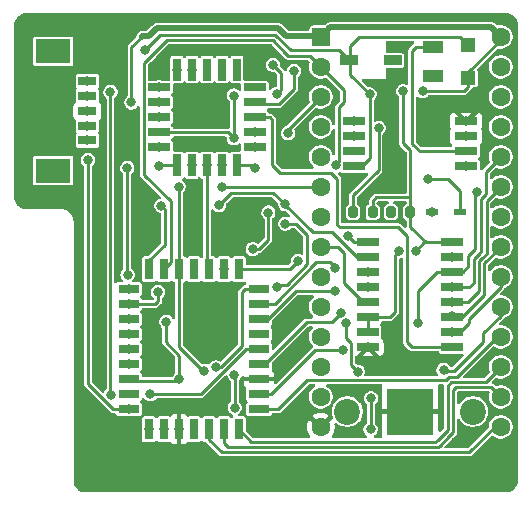
<source format=gbr>
%TF.GenerationSoftware,KiCad,Pcbnew,9.0.0*%
%TF.CreationDate,2025-11-02T14:13:04+01:00*%
%TF.ProjectId,QL_Minerva_MK2_SMD,514c5f4d-696e-4657-9276-615f4d4b325f,0.0*%
%TF.SameCoordinates,Original*%
%TF.FileFunction,Copper,L1,Top*%
%TF.FilePolarity,Positive*%
%FSLAX46Y46*%
G04 Gerber Fmt 4.6, Leading zero omitted, Abs format (unit mm)*
G04 Created by KiCad (PCBNEW 9.0.0) date 2025-11-02 14:13:04*
%MOMM*%
%LPD*%
G01*
G04 APERTURE LIST*
G04 Aperture macros list*
%AMRoundRect*
0 Rectangle with rounded corners*
0 $1 Rounding radius*
0 $2 $3 $4 $5 $6 $7 $8 $9 X,Y pos of 4 corners*
0 Add a 4 corners polygon primitive as box body*
4,1,4,$2,$3,$4,$5,$6,$7,$8,$9,$2,$3,0*
0 Add four circle primitives for the rounded corners*
1,1,$1+$1,$2,$3*
1,1,$1+$1,$4,$5*
1,1,$1+$1,$6,$7*
1,1,$1+$1,$8,$9*
0 Add four rect primitives between the rounded corners*
20,1,$1+$1,$2,$3,$4,$5,0*
20,1,$1+$1,$4,$5,$6,$7,0*
20,1,$1+$1,$6,$7,$8,$9,0*
20,1,$1+$1,$8,$9,$2,$3,0*%
G04 Aperture macros list end*
%TA.AperFunction,SMDPad,CuDef*%
%ADD10RoundRect,0.200000X0.200000X0.275000X-0.200000X0.275000X-0.200000X-0.275000X0.200000X-0.275000X0*%
%TD*%
%TA.AperFunction,ComponentPad*%
%ADD11RoundRect,0.250000X-0.550000X-0.550000X0.550000X-0.550000X0.550000X0.550000X-0.550000X0.550000X0*%
%TD*%
%TA.AperFunction,ComponentPad*%
%ADD12C,1.600000*%
%TD*%
%TA.AperFunction,SMDPad,CuDef*%
%ADD13R,1.600000X0.800000*%
%TD*%
%TA.AperFunction,SMDPad,CuDef*%
%ADD14R,3.000000X2.100000*%
%TD*%
%TA.AperFunction,SMDPad,CuDef*%
%ADD15R,0.762000X1.778000*%
%TD*%
%TA.AperFunction,SMDPad,CuDef*%
%ADD16R,1.778000X0.762000*%
%TD*%
%TA.AperFunction,ComponentPad*%
%ADD17C,2.200000*%
%TD*%
%TA.AperFunction,SMDPad,CuDef*%
%ADD18R,4.000000X4.000000*%
%TD*%
%TA.AperFunction,SMDPad,CuDef*%
%ADD19R,1.200000X1.200000*%
%TD*%
%TA.AperFunction,SMDPad,CuDef*%
%ADD20R,1.925000X0.700000*%
%TD*%
%TA.AperFunction,SMDPad,CuDef*%
%ADD21R,0.700000X1.925000*%
%TD*%
%TA.AperFunction,SMDPad,CuDef*%
%ADD22R,1.825000X0.700000*%
%TD*%
%TA.AperFunction,SMDPad,CuDef*%
%ADD23R,1.800000X1.000000*%
%TD*%
%TA.AperFunction,SMDPad,CuDef*%
%ADD24R,1.950000X0.700000*%
%TD*%
%TA.AperFunction,SMDPad,CuDef*%
%ADD25R,1.500000X0.812800*%
%TD*%
%TA.AperFunction,SMDPad,CuDef*%
%ADD26R,1.500000X0.863600*%
%TD*%
%TA.AperFunction,SMDPad,CuDef*%
%ADD27R,1.075000X0.500000*%
%TD*%
%TA.AperFunction,ViaPad*%
%ADD28C,0.800000*%
%TD*%
%TA.AperFunction,Conductor*%
%ADD29C,0.250000*%
%TD*%
%TA.AperFunction,Conductor*%
%ADD30C,0.500000*%
%TD*%
G04 APERTURE END LIST*
D10*
%TO.P,R1,1*%
%TO.N,+5V*%
X87000000Y-79675000D03*
%TO.P,R1,2*%
%TO.N,/SDA*%
X85350000Y-79675000D03*
%TD*%
D11*
%TO.P,U1,1,A15*%
%TO.N,+5V*%
X82610000Y-64835000D03*
D12*
%TO.P,U1,2,A12*%
%TO.N,/A12*%
X82610000Y-67375000D03*
%TO.P,U1,3,A7*%
%TO.N,/A7*%
X82610000Y-69915000D03*
%TO.P,U1,4,A6*%
%TO.N,/A6*%
X82610000Y-72455000D03*
%TO.P,U1,5,A5*%
%TO.N,/A5*%
X82610000Y-74995000D03*
%TO.P,U1,6,A4*%
%TO.N,/A4*%
X82610000Y-77535000D03*
%TO.P,U1,7,A3*%
%TO.N,/A3*%
X82610000Y-80075000D03*
%TO.P,U1,8,A2*%
%TO.N,/A2*%
X82610000Y-82615000D03*
%TO.P,U1,9,A1*%
%TO.N,/A1*%
X82610000Y-85155000D03*
%TO.P,U1,10,A0*%
%TO.N,/A0*%
X82610000Y-87695000D03*
%TO.P,U1,11,D0*%
%TO.N,/D0*%
X82610000Y-90235000D03*
%TO.P,U1,12,D1*%
%TO.N,/D1*%
X82610000Y-92775000D03*
%TO.P,U1,13,D2*%
%TO.N,/D2*%
X82610000Y-95315000D03*
%TO.P,U1,14,GND*%
%TO.N,GND*%
X82610000Y-97855000D03*
%TO.P,U1,15,D3*%
%TO.N,/D3*%
X97850000Y-97855000D03*
%TO.P,U1,16,D4*%
%TO.N,/D4*%
X97850000Y-95315000D03*
%TO.P,U1,17,D5*%
%TO.N,/D5*%
X97850000Y-92775000D03*
%TO.P,U1,18,D6*%
%TO.N,/D6*%
X97850000Y-90235000D03*
%TO.P,U1,19,D7*%
%TO.N,/D7*%
X97850000Y-87695000D03*
%TO.P,U1,20,~{CE}*%
%TO.N,/A15*%
X97850000Y-85155000D03*
%TO.P,U1,21,A10*%
%TO.N,/A10*%
X97850000Y-82615000D03*
%TO.P,U1,22,~{OE/Vpp}*%
%TO.N,/QL_ROMOE*%
X97850000Y-80075000D03*
%TO.P,U1,23,A11*%
%TO.N,/A11*%
X97850000Y-77535000D03*
%TO.P,U1,24,A9*%
%TO.N,/A9*%
X97850000Y-74995000D03*
%TO.P,U1,25,A8*%
%TO.N,/A8*%
X97850000Y-72455000D03*
%TO.P,U1,26,A13*%
%TO.N,/A13*%
X97850000Y-69915000D03*
%TO.P,U1,27,A14*%
%TO.N,/A14*%
X97850000Y-67375000D03*
%TO.P,U1,28,VCC*%
%TO.N,+5V*%
X97850000Y-64835000D03*
%TD*%
D13*
%TO.P,J2,1,Pin_1*%
%TO.N,/SDA*%
X62850000Y-68600000D03*
%TO.P,J2,2,Pin_2*%
%TO.N,/SCL*%
X62850001Y-69850000D03*
%TO.P,J2,3,Pin_3*%
%TO.N,GND*%
X62850000Y-71100000D03*
%TO.P,J2,4,Pin_4*%
%TO.N,+5V*%
X62850001Y-72350000D03*
%TO.P,J2,5,Pin_5*%
%TO.N,/K*%
X62850000Y-73600000D03*
D14*
%TO.P,J2,MP1*%
%TO.N,N/C*%
X59950001Y-66050000D03*
%TO.P,J2,MP2*%
X59950001Y-76150000D03*
%TD*%
D15*
%TO.P,U6,1,NC*%
%TO.N,unconnected-(U6-NC-Pad1)*%
X71875000Y-84493200D03*
%TO.P,U6,2,A15*%
%TO.N,/A15*%
X70605000Y-84493200D03*
%TO.P,U6,3,A12*%
%TO.N,/A12*%
X69335000Y-84493200D03*
%TO.P,U6,4,A7*%
%TO.N,/A7*%
X68065000Y-84493200D03*
D16*
%TO.P,U6,5,A6*%
%TO.N,/A6*%
X66363200Y-86195000D03*
%TO.P,U6,6,A5*%
%TO.N,/A5*%
X66363200Y-87465000D03*
%TO.P,U6,7,A4*%
%TO.N,/A4*%
X66363200Y-88735000D03*
%TO.P,U6,8,A3*%
%TO.N,/A3*%
X66363200Y-90005000D03*
%TO.P,U6,9,A2*%
%TO.N,/A2*%
X66363200Y-91275000D03*
%TO.P,U6,10,A1*%
%TO.N,/A1*%
X66363200Y-92545000D03*
%TO.P,U6,11,A0*%
%TO.N,/A0*%
X66363200Y-93815000D03*
%TO.P,U6,12,NC*%
%TO.N,unconnected-(U6-NC-Pad12)*%
X66363200Y-95085000D03*
%TO.P,U6,13,O0*%
%TO.N,/D0*%
X66363200Y-96355000D03*
D15*
%TO.P,U6,14,O1*%
%TO.N,/D1*%
X68065000Y-98056800D03*
%TO.P,U6,15,O2*%
%TO.N,/D2*%
X69335000Y-98056800D03*
%TO.P,U6,16,GND*%
%TO.N,GND*%
X70605000Y-98056800D03*
%TO.P,U6,17,NC*%
%TO.N,unconnected-(U6-NC-Pad17)*%
X71875000Y-98056800D03*
%TO.P,U6,18,O3*%
%TO.N,/D3*%
X73145000Y-98056800D03*
%TO.P,U6,19,O4*%
%TO.N,/D4*%
X74415000Y-98056800D03*
%TO.P,U6,20,O5*%
%TO.N,/D5*%
X75685000Y-98056800D03*
D16*
%TO.P,U6,21,O6*%
%TO.N,/D6*%
X77386800Y-96355000D03*
%TO.P,U6,22,O7*%
%TO.N,/D7*%
X77386800Y-95085000D03*
%TO.P,U6,23,~{CE}*%
%TO.N,GND*%
X77386800Y-93815000D03*
%TO.P,U6,24,A10*%
%TO.N,/A10*%
X77386800Y-92545000D03*
%TO.P,U6,25,~{OE}/VPP*%
%TO.N,/IC_ROMOE*%
X77386800Y-91275000D03*
%TO.P,U6,26,NC*%
%TO.N,unconnected-(U6-NC-Pad26)*%
X77386800Y-90005000D03*
%TO.P,U6,27,A11*%
%TO.N,/A11*%
X77386800Y-88735000D03*
%TO.P,U6,28,A9*%
%TO.N,/A9*%
X77386800Y-87465000D03*
%TO.P,U6,29,A8*%
%TO.N,/A8*%
X77386800Y-86195000D03*
D15*
%TO.P,U6,30,A13*%
%TO.N,/A13*%
X75685000Y-84493200D03*
%TO.P,U6,31,A14*%
%TO.N,/A14*%
X74415000Y-84493200D03*
%TO.P,U6,32,VCC*%
%TO.N,+5V*%
X73145000Y-84493200D03*
%TD*%
D17*
%TO.P,J1,1,Pin_1*%
%TO.N,Net-(D2-A)*%
X84865000Y-96550000D03*
X95485000Y-96550000D03*
D18*
%TO.P,J1,2,Pin_2*%
%TO.N,GND*%
X90175000Y-96550000D03*
%TD*%
D19*
%TO.P,D1,1,K*%
%TO.N,/K*%
X95085000Y-65500001D03*
%TO.P,D1,2,A*%
%TO.N,+5V*%
X95085000Y-68299999D03*
%TD*%
D20*
%TO.P,U4,1,I1/CLK*%
%TO.N,/A15*%
X68922500Y-71650000D03*
%TO.P,U4,2,I2*%
%TO.N,/A14*%
X68922500Y-72920000D03*
%TO.P,U4,3,I3*%
%TO.N,/QL_ROMOE*%
X68922500Y-74190000D03*
D21*
%TO.P,U4,4,I4*%
%TO.N,/A5*%
X70435000Y-75702500D03*
%TO.P,U4,5,I5*%
%TO.N,/A4*%
X71705000Y-75702500D03*
%TO.P,U4,6,I6*%
%TO.N,+5V*%
X72975000Y-75702500D03*
%TO.P,U4,7,I7*%
X74245000Y-75702500D03*
%TO.P,U4,8,I8*%
%TO.N,/A1*%
X75515000Y-75702500D03*
D20*
%TO.P,U4,9,I9*%
%TO.N,/A0*%
X77027500Y-74190000D03*
%TO.P,U4,10,GND*%
%TO.N,GND*%
X77027500Y-72920000D03*
%TO.P,U4,11,I10/~{OE}*%
%TO.N,/DECODE*%
X77027500Y-71650000D03*
%TO.P,U4,12,IO8*%
%TO.N,/D0*%
X77027500Y-70380000D03*
%TO.P,U4,13,IO7*%
%TO.N,unconnected-(U4-IO7-Pad13)*%
X77027500Y-69110000D03*
D21*
%TO.P,U4,14,IO6*%
%TO.N,unconnected-(U4-IO6-Pad14)*%
X75515000Y-67597500D03*
%TO.P,U4,15,IO5*%
%TO.N,unconnected-(U4-IO5-Pad15)*%
X74245000Y-67597500D03*
%TO.P,U4,16,IO4*%
%TO.N,unconnected-(U4-IO4-Pad16)*%
X72975000Y-67597500D03*
%TO.P,U4,17,I03*%
%TO.N,/SDA*%
X71705000Y-67597500D03*
%TO.P,U4,18,IO2*%
%TO.N,/SCL*%
X70435000Y-67597500D03*
D20*
%TO.P,U4,19,IO1*%
%TO.N,/IC_ROMOE*%
X68922500Y-69110000D03*
%TO.P,U4,20,VCC*%
%TO.N,+5V*%
X68922500Y-70380000D03*
%TD*%
D22*
%TO.P,U5,1*%
%TO.N,/A12*%
X86638000Y-82215000D03*
%TO.P,U5,2*%
%TO.N,/A7*%
X86638000Y-83485000D03*
%TO.P,U5,3*%
%TO.N,/A6*%
X86638000Y-84755000D03*
%TO.P,U5,4*%
%TO.N,/A3*%
X86638000Y-86025000D03*
%TO.P,U5,5*%
%TO.N,/A2*%
X86638000Y-87295000D03*
%TO.P,U5,6*%
%TO.N,+5V*%
X86638000Y-88565000D03*
%TO.P,U5,7*%
X86638000Y-89835000D03*
%TO.P,U5,8,GND*%
%TO.N,GND*%
X86638000Y-91105000D03*
%TO.P,U5,9*%
%TO.N,/DECODE*%
X93762000Y-91105000D03*
%TO.P,U5,10*%
%TO.N,/A15*%
X93762000Y-89835000D03*
%TO.P,U5,11*%
%TO.N,/A10*%
X93762000Y-88565000D03*
%TO.P,U5,12*%
%TO.N,/A11*%
X93762000Y-87295000D03*
%TO.P,U5,13*%
%TO.N,/A9*%
X93762000Y-86025000D03*
%TO.P,U5,14*%
%TO.N,/A8*%
X93762000Y-84755000D03*
%TO.P,U5,15*%
%TO.N,/A13*%
X93762000Y-83485000D03*
%TO.P,U5,16,VCC*%
%TO.N,+5V*%
X93762000Y-82215000D03*
%TD*%
D23*
%TO.P,Y1,1,1*%
%TO.N,Net-(U3-OSCI)*%
X92135000Y-68174999D03*
%TO.P,Y1,2,2*%
%TO.N,Net-(U3-OSCO)*%
X92135000Y-65675001D03*
%TD*%
D24*
%TO.P,U3,1,OSCI*%
%TO.N,Net-(U3-OSCI)*%
X94910000Y-75780000D03*
%TO.P,U3,2,OSCO*%
%TO.N,Net-(U3-OSCO)*%
X94910000Y-74510000D03*
%TO.P,U3,3,A0*%
%TO.N,GND*%
X94910000Y-73240000D03*
%TO.P,U3,4,Vss*%
X94910000Y-71970000D03*
%TO.P,U3,5,SDA*%
%TO.N,/SDA*%
X85460000Y-71970000D03*
%TO.P,U3,6,SCL*%
%TO.N,/SCL*%
X85460000Y-73240000D03*
%TO.P,U3,7,~{INT}*%
%TO.N,unconnected-(U3-~{INT}-Pad7)*%
X85460000Y-74510000D03*
%TO.P,U3,8,Vdd*%
%TO.N,/K*%
X85460000Y-75780000D03*
%TD*%
D10*
%TO.P,R2,1*%
%TO.N,+5V*%
X90200000Y-79675000D03*
%TO.P,R2,2*%
%TO.N,/SCL*%
X88550000Y-79675000D03*
%TD*%
D25*
%TO.P,C1,1*%
%TO.N,/K*%
X85000000Y-66825000D03*
D26*
%TO.P,C1,2*%
%TO.N,Net-(U3-OSCI)*%
X88700000Y-66825000D03*
%TD*%
D27*
%TO.P,D2,1,K*%
%TO.N,/K*%
X94386750Y-79675000D03*
%TO.P,D2,2,A*%
%TO.N,Net-(D2-A)*%
X92062750Y-79675000D03*
%TD*%
D28*
%TO.N,GND*%
X79225000Y-92500000D03*
X68025000Y-81700000D03*
X77550000Y-65875000D03*
X77027500Y-72920000D03*
X74125000Y-74125000D03*
X74100000Y-81700000D03*
X94910000Y-73240000D03*
X86638000Y-91105000D03*
X95875000Y-101200000D03*
X71700000Y-86575000D03*
X65400000Y-100975000D03*
X63825000Y-96775000D03*
X74975000Y-101075000D03*
X78450000Y-101125000D03*
X79200000Y-89925000D03*
X63900000Y-90250000D03*
X72950000Y-71600000D03*
X66175000Y-63325000D03*
X91350000Y-72200000D03*
X80175000Y-63375000D03*
X62850000Y-71100000D03*
X71650000Y-81700000D03*
X61650000Y-63375000D03*
X82875000Y-101050000D03*
X63850000Y-86500000D03*
X68250000Y-101050000D03*
X63900000Y-93725000D03*
X63900000Y-99100000D03*
X71575000Y-101075000D03*
X71700000Y-65875000D03*
X93275000Y-101150000D03*
X90000000Y-101125000D03*
X70605000Y-98056800D03*
X88200000Y-69675000D03*
X94910000Y-71970000D03*
X74325000Y-65875000D03*
X64350000Y-66500000D03*
X59750000Y-63325000D03*
X82650000Y-63350000D03*
X86725000Y-101150000D03*
X77075000Y-81700000D03*
X97900000Y-63375000D03*
X59650000Y-78800000D03*
X63875000Y-82475000D03*
%TO.N,/SCL*%
X70435000Y-67597500D03*
X62850001Y-69850000D03*
X85460000Y-73240000D03*
X88550000Y-79675000D03*
%TO.N,/SDA*%
X71705000Y-67597500D03*
X85460000Y-71970000D03*
X87500000Y-72550000D03*
X62850000Y-68600000D03*
%TO.N,/D0*%
X80350000Y-67725000D03*
X62900000Y-75250000D03*
X66363200Y-96355000D03*
%TO.N,/D1*%
X68065000Y-98056800D03*
%TO.N,/D2*%
X69335000Y-98056800D03*
%TO.N,/D7*%
X84450000Y-91325000D03*
X93002958Y-93036991D03*
%TO.N,/QL_ROMOE*%
X68922500Y-74190000D03*
%TO.N,Net-(U3-OSCI)*%
X94910000Y-75780000D03*
X92135000Y-68174999D03*
X88625300Y-66825000D03*
%TO.N,/IC_ROMOE*%
X68175000Y-95100000D03*
X64850000Y-95125000D03*
X68922500Y-69110000D03*
X64800000Y-69500000D03*
%TO.N,/A15*%
X93762000Y-89835000D03*
X72765724Y-93088534D03*
X68922500Y-71650000D03*
X70575000Y-77500000D03*
%TO.N,/A12*%
X84950153Y-81699847D03*
X83885000Y-75710671D03*
%TO.N,/A7*%
X69100000Y-79125000D03*
X74000000Y-79075000D03*
X79600000Y-79000000D03*
X79850000Y-72975000D03*
%TO.N,/A6*%
X86638000Y-84755000D03*
X66363200Y-86195000D03*
%TO.N,/A5*%
X68875000Y-75725000D03*
X66363200Y-87465000D03*
X68825000Y-86425000D03*
X66250000Y-84975000D03*
X66225000Y-75925000D03*
%TO.N,/A4*%
X74250000Y-77550000D03*
X71705000Y-75702500D03*
X66363200Y-88735000D03*
%TO.N,/A3*%
X86638000Y-86025000D03*
X66363200Y-90005000D03*
%TO.N,/A2*%
X66363200Y-91275000D03*
%TO.N,/A1*%
X79600000Y-80650000D03*
X66363200Y-92545000D03*
X78875799Y-86048895D03*
X77050000Y-75925000D03*
%TO.N,/A0*%
X78175000Y-79700000D03*
X77027500Y-74190000D03*
X69525000Y-88950000D03*
X70625000Y-93815000D03*
X76850000Y-82800000D03*
%TO.N,/A10*%
X84350000Y-88175000D03*
X93685847Y-88488847D03*
%TO.N,/A11*%
X93762000Y-87295000D03*
X83775000Y-86375000D03*
%TO.N,/A9*%
X83826000Y-84425000D03*
X93762000Y-86025000D03*
%TO.N,/A8*%
X95798442Y-77923442D03*
X86875000Y-95425000D03*
X84765761Y-89084476D03*
X75325000Y-96225000D03*
X90825000Y-89025000D03*
X85750000Y-93176000D03*
X73726929Y-92812689D03*
X75300000Y-93425000D03*
X86825000Y-98050000D03*
%TO.N,/A13*%
X93762000Y-83485000D03*
X80675000Y-83800000D03*
%TO.N,/A14*%
X74415000Y-84493200D03*
X78901416Y-69649999D03*
X75250000Y-73425000D03*
X75250000Y-69800000D03*
X78575000Y-67200000D03*
%TO.N,/K*%
X86761000Y-69685492D03*
X67700000Y-65975000D03*
X62850000Y-73600000D03*
X91675000Y-76875000D03*
%TO.N,+5V*%
X74245000Y-75702500D03*
X62850001Y-72350000D03*
X89200000Y-83000000D03*
X90650000Y-82925000D03*
X91225000Y-69425000D03*
X89600000Y-69425000D03*
X72975000Y-75702500D03*
X66575000Y-70380000D03*
X68922500Y-70380000D03*
%TO.N,Net-(D2-A)*%
X92062750Y-79675000D03*
%TD*%
D29*
%TO.N,GND*%
X74100000Y-81700000D02*
X77075000Y-81700000D01*
X61650000Y-63800000D02*
X64350000Y-66500000D01*
X61650000Y-63375000D02*
X61650000Y-63800000D01*
%TO.N,/SDA*%
X87500000Y-76100000D02*
X87500000Y-72550000D01*
X85350000Y-79675000D02*
X85350000Y-78250000D01*
X85350000Y-78250000D02*
X87500000Y-76100000D01*
%TO.N,/D0*%
X77173500Y-70526000D02*
X77027500Y-70380000D01*
X62900000Y-94201720D02*
X62900000Y-75250000D01*
X80350000Y-67725000D02*
X80350000Y-69226720D01*
X65053280Y-96355000D02*
X62900000Y-94201720D01*
X79050720Y-70526000D02*
X77173500Y-70526000D01*
X80350000Y-69226720D02*
X79050720Y-70526000D01*
X66363200Y-96355000D02*
X65053280Y-96355000D01*
%TO.N,/D3*%
X74604000Y-100001000D02*
X95199000Y-100001000D01*
X95199000Y-100001000D02*
X97345000Y-97855000D01*
X73145000Y-98056800D02*
X73145000Y-98920000D01*
X97345000Y-97855000D02*
X97850000Y-97855000D01*
X74601810Y-100003190D02*
X74604000Y-100001000D01*
X74228190Y-100003190D02*
X74601810Y-100003190D01*
X73145000Y-98920000D02*
X74228190Y-100003190D01*
%TO.N,/D4*%
X93476000Y-98624000D02*
X93800000Y-98300000D01*
X93476000Y-98636810D02*
X93476000Y-98624000D01*
X74415000Y-98056800D02*
X74415000Y-99174190D01*
X94050000Y-94500000D02*
X97035000Y-94500000D01*
X92680810Y-99432000D02*
X93476000Y-98636810D01*
X97035000Y-94500000D02*
X97850000Y-95315000D01*
X74790810Y-99550000D02*
X92550000Y-99550000D01*
X93800000Y-94750000D02*
X94050000Y-94500000D01*
X92550000Y-99550000D02*
X92668000Y-99432000D01*
X74775000Y-99534190D02*
X74775000Y-99550000D01*
X92668000Y-99432000D02*
X92680810Y-99432000D01*
X74415000Y-99174190D02*
X74775000Y-99534190D01*
X93800000Y-98300000D02*
X93800000Y-94750000D01*
X74775000Y-99550000D02*
X74790810Y-99550000D01*
%TO.N,/D5*%
X93025000Y-98437190D02*
X93289190Y-98173000D01*
X93863190Y-94049000D02*
X94236810Y-94049000D01*
X92481190Y-98981000D02*
X92494000Y-98981000D01*
X93649000Y-94049000D02*
X93863190Y-94049000D01*
X92363190Y-99099000D02*
X92481190Y-98981000D01*
X94236810Y-94049000D02*
X96576000Y-94049000D01*
X75685000Y-98056800D02*
X76727200Y-99099000D01*
X93289190Y-98173000D02*
X93349000Y-98113190D01*
X76727200Y-99099000D02*
X92363190Y-99099000D01*
X93649000Y-94076000D02*
X93649000Y-94049000D01*
X96576000Y-94049000D02*
X97850000Y-92775000D01*
X93349000Y-94936810D02*
X93349000Y-94563190D01*
X92494000Y-98981000D02*
X93025000Y-98450000D01*
X93349000Y-94563190D02*
X93349000Y-94376000D01*
X93349000Y-94376000D02*
X93649000Y-94076000D01*
X93025000Y-98450000D02*
X93025000Y-98437190D01*
X93349000Y-98113190D02*
X93349000Y-94936810D01*
%TO.N,/D6*%
X97490000Y-90235000D02*
X97850000Y-90235000D01*
X93198000Y-93862190D02*
X93462190Y-93598000D01*
X94050000Y-93598000D02*
X94127000Y-93598000D01*
X79020000Y-96355000D02*
X81474000Y-93901000D01*
X93676380Y-93598000D02*
X93835810Y-93598000D01*
X93186190Y-93901000D02*
X93198000Y-93889190D01*
X81474000Y-93901000D02*
X93186190Y-93901000D01*
X93198000Y-93889190D02*
X93198000Y-93862190D01*
X93462190Y-93598000D02*
X93676380Y-93598000D01*
X93835810Y-93598000D02*
X94050000Y-93598000D01*
X94127000Y-93598000D02*
X97490000Y-90235000D01*
X77386800Y-96355000D02*
X79020000Y-96355000D01*
%TO.N,/D7*%
X93853000Y-93147000D02*
X96350000Y-90650000D01*
X96350000Y-90650000D02*
X96350000Y-89925000D01*
X78419595Y-95085000D02*
X82143595Y-91361000D01*
X93125000Y-93175000D02*
X93247380Y-93175000D01*
X96350000Y-89925000D02*
X97850000Y-88425000D01*
X82143595Y-91361000D02*
X84414000Y-91361000D01*
X93275380Y-93147000D02*
X93853000Y-93147000D01*
X93247380Y-93175000D02*
X93275380Y-93147000D01*
X84414000Y-91361000D02*
X84450000Y-91325000D01*
X77386800Y-95085000D02*
X78419595Y-95085000D01*
X93002958Y-93036991D02*
X93002958Y-93052958D01*
X93002958Y-93052958D02*
X93125000Y-93175000D01*
X97850000Y-88425000D02*
X97850000Y-87695000D01*
%TO.N,/IC_ROMOE*%
X64800000Y-69500000D02*
X64800000Y-95075000D01*
X76300000Y-91275000D02*
X72475000Y-95100000D01*
X64850000Y-95125000D02*
X64850000Y-95100000D01*
X72475000Y-95100000D02*
X68175000Y-95100000D01*
X64800000Y-95075000D02*
X64850000Y-95125000D01*
X77386800Y-91275000D02*
X76300000Y-91275000D01*
%TO.N,Net-(U3-OSCO)*%
X90350000Y-73875000D02*
X90350000Y-66000000D01*
X90674999Y-65675001D02*
X92135000Y-65675001D01*
X90350000Y-66000000D02*
X90674999Y-65675001D01*
X94910000Y-74510000D02*
X90985000Y-74510000D01*
X90985000Y-74510000D02*
X90350000Y-73875000D01*
%TO.N,/DECODE*%
X90330000Y-91105000D02*
X89925000Y-90700000D01*
X89175000Y-80950000D02*
X84225000Y-80950000D01*
X83500000Y-76325000D02*
X79125000Y-76325000D01*
X84225000Y-80950000D02*
X84012500Y-80737500D01*
X84012500Y-76837500D02*
X83500000Y-76325000D01*
X78500000Y-71875000D02*
X78275000Y-71650000D01*
X84012500Y-80737500D02*
X84012500Y-76837500D01*
X93762000Y-91105000D02*
X90330000Y-91105000D01*
X78500000Y-75700000D02*
X78500000Y-71875000D01*
X79125000Y-76325000D02*
X78500000Y-75700000D01*
X89925000Y-81700000D02*
X89175000Y-80950000D01*
X78275000Y-71650000D02*
X77027500Y-71650000D01*
X89925000Y-90700000D02*
X89925000Y-81700000D01*
%TO.N,/A15*%
X93762000Y-89835000D02*
X94406500Y-89835000D01*
X94406500Y-89835000D02*
X95150000Y-89091500D01*
X72765724Y-93088534D02*
X72613534Y-93088534D01*
X95150000Y-88675000D02*
X97850000Y-85975000D01*
X70600000Y-77525000D02*
X70575000Y-77500000D01*
X70605000Y-84493200D02*
X70600000Y-84488200D01*
X70605000Y-91080000D02*
X70605000Y-84493200D01*
X97850000Y-85975000D02*
X97850000Y-85155000D01*
X95150000Y-89091500D02*
X95150000Y-88675000D01*
X70600000Y-84488200D02*
X70600000Y-77525000D01*
X72613534Y-93088534D02*
X70605000Y-91080000D01*
%TO.N,/A12*%
X67634000Y-67041000D02*
X67974000Y-66701000D01*
X68426000Y-66249000D02*
X69549000Y-65126000D01*
X86638000Y-82215000D02*
X85465306Y-82215000D01*
X69900000Y-83278200D02*
X69900000Y-78750000D01*
X69549000Y-65126000D02*
X78563190Y-65126000D01*
X85465306Y-82215000D02*
X84950153Y-81699847D01*
X68426000Y-66275720D02*
X68426000Y-66249000D01*
X84159000Y-70791000D02*
X84575000Y-70375000D01*
X78563190Y-65126000D02*
X79599000Y-66161810D01*
X67634000Y-76484000D02*
X67634000Y-67041000D01*
X69335000Y-84493200D02*
X69898000Y-83930200D01*
X67974000Y-66701000D02*
X68000720Y-66701000D01*
X80236810Y-66426000D02*
X81661000Y-66426000D01*
X68000720Y-66701000D02*
X68426000Y-66275720D01*
X69898000Y-83930200D02*
X69898000Y-83278200D01*
X84575000Y-69340000D02*
X82610000Y-67375000D01*
X69898000Y-83278200D02*
X69900000Y-83278200D01*
X83885000Y-75710671D02*
X84159000Y-75436671D01*
X79863190Y-66426000D02*
X80236810Y-66426000D01*
X84159000Y-75436671D02*
X84159000Y-70791000D01*
X81661000Y-66426000D02*
X82610000Y-67375000D01*
X69900000Y-78750000D02*
X67634000Y-76484000D01*
X79599000Y-66161810D02*
X79863190Y-66426000D01*
X84575000Y-70375000D02*
X84575000Y-69340000D01*
%TO.N,/A7*%
X68065000Y-84493200D02*
X68065000Y-83760000D01*
X69399000Y-79424000D02*
X69100000Y-79125000D01*
X79600000Y-79050000D02*
X81925000Y-81375000D01*
X79850000Y-72675000D02*
X82610000Y-69915000D01*
X81925000Y-81375000D02*
X83600000Y-81375000D01*
X79850000Y-72975000D02*
X79850000Y-72675000D01*
X78575000Y-78025000D02*
X75050000Y-78025000D01*
X69399000Y-82426000D02*
X69399000Y-79424000D01*
X79550000Y-79000000D02*
X78575000Y-78025000D01*
X85710000Y-83485000D02*
X86638000Y-83485000D01*
X79600000Y-79000000D02*
X79600000Y-79050000D01*
X75050000Y-78025000D02*
X74000000Y-79075000D01*
X68065000Y-83760000D02*
X69399000Y-82426000D01*
X83600000Y-81375000D02*
X85710000Y-83485000D01*
X79600000Y-79000000D02*
X79550000Y-79000000D01*
%TO.N,/A5*%
X68897500Y-75702500D02*
X68875000Y-75725000D01*
X68825000Y-87225000D02*
X68585000Y-87465000D01*
X68825000Y-86425000D02*
X68825000Y-87225000D01*
X70435000Y-75702500D02*
X68897500Y-75702500D01*
X68585000Y-87465000D02*
X66363200Y-87465000D01*
X66225000Y-75925000D02*
X66225000Y-84950000D01*
X66225000Y-84950000D02*
X66250000Y-84975000D01*
%TO.N,/A4*%
X74265000Y-77535000D02*
X82610000Y-77535000D01*
X74250000Y-77550000D02*
X74265000Y-77535000D01*
%TO.N,/A2*%
X84065000Y-82615000D02*
X82610000Y-82615000D01*
X84551000Y-83101000D02*
X84065000Y-82615000D01*
X86638000Y-87295000D02*
X86170000Y-87295000D01*
X84551000Y-85676000D02*
X84551000Y-83101000D01*
X86170000Y-87295000D02*
X84551000Y-85676000D01*
%TO.N,/A1*%
X75515000Y-75702500D02*
X76827500Y-75702500D01*
X81450000Y-81600000D02*
X80500000Y-80650000D01*
X79734938Y-85799847D02*
X81450000Y-84084785D01*
X81450000Y-84084785D02*
X81450000Y-81600000D01*
X76827500Y-75702500D02*
X77050000Y-75925000D01*
X80500000Y-80650000D02*
X79600000Y-80650000D01*
X79124848Y-85799847D02*
X79734938Y-85799847D01*
X78875799Y-86048895D02*
X79124848Y-85799847D01*
%TO.N,/A0*%
X69475000Y-89000000D02*
X69475000Y-90675000D01*
X69525000Y-88950000D02*
X69475000Y-89000000D01*
X69475000Y-90675000D02*
X70625000Y-91825000D01*
X77375000Y-82800000D02*
X78175000Y-82000000D01*
X70625000Y-91825000D02*
X70625000Y-93815000D01*
X76850000Y-82800000D02*
X77375000Y-82800000D01*
X66498200Y-93950000D02*
X70490000Y-93950000D01*
X70490000Y-93950000D02*
X70625000Y-93815000D01*
X78175000Y-82000000D02*
X78175000Y-79700000D01*
X66363200Y-93815000D02*
X66498200Y-93950000D01*
%TO.N,/A10*%
X81450000Y-89000000D02*
X77905000Y-92545000D01*
X94560000Y-88565000D02*
X96464750Y-86660250D01*
X83525000Y-89000000D02*
X81450000Y-89000000D01*
X84350000Y-88175000D02*
X83525000Y-89000000D01*
X96464750Y-84000250D02*
X97850000Y-82615000D01*
X93997190Y-88565000D02*
X94560000Y-88565000D01*
X77905000Y-92545000D02*
X77386800Y-92545000D01*
X96464750Y-86660250D02*
X96464750Y-84000250D01*
%TO.N,/A11*%
X96013750Y-84187060D02*
X96013750Y-83813440D01*
X96277940Y-83549250D02*
X96650000Y-83177190D01*
X96650000Y-83177190D02*
X96650000Y-78735000D01*
X95105000Y-87295000D02*
X96013750Y-86386250D01*
X96013750Y-86386250D02*
X96013750Y-84187060D01*
X80475000Y-86375000D02*
X78115000Y-88735000D01*
X96013750Y-83813440D02*
X96277940Y-83549250D01*
X93762000Y-87295000D02*
X95105000Y-87295000D01*
X78115000Y-88735000D02*
X77386800Y-88735000D01*
X83775000Y-86375000D02*
X80475000Y-86375000D01*
X96650000Y-78735000D02*
X97850000Y-77535000D01*
%TO.N,/A9*%
X83826000Y-84301000D02*
X83375000Y-83850000D01*
X96350000Y-78397190D02*
X96463190Y-78284000D01*
X95562750Y-85637250D02*
X95562750Y-84373870D01*
X83375000Y-83850000D02*
X82425000Y-83850000D01*
X96199000Y-78548190D02*
X96350000Y-78397190D01*
X82350000Y-83925000D02*
X82247595Y-83925000D01*
X95562750Y-84373870D02*
X95562750Y-84000250D01*
X95562750Y-84000250D02*
X95562750Y-83626630D01*
X96199000Y-82990380D02*
X96199000Y-78921810D01*
X96199000Y-78921810D02*
X96199000Y-78548190D01*
X83826000Y-84425000D02*
X83826000Y-84301000D01*
X78707595Y-87465000D02*
X77386800Y-87465000D01*
X96463190Y-78284000D02*
X96575000Y-78172190D01*
X96575000Y-76270000D02*
X97850000Y-74995000D01*
X96091130Y-83098250D02*
X96199000Y-82990380D01*
X93762000Y-86025000D02*
X95175000Y-86025000D01*
X95175000Y-86025000D02*
X95562750Y-85637250D01*
X82247595Y-83925000D02*
X78707595Y-87465000D01*
X96575000Y-78172190D02*
X96575000Y-76270000D01*
X82425000Y-83850000D02*
X82350000Y-83925000D01*
X95562750Y-83626630D02*
X95826940Y-83362440D01*
X95826940Y-83362440D02*
X96091130Y-83098250D01*
%TO.N,/A8*%
X73726929Y-92812689D02*
X74124501Y-92812689D01*
X90825000Y-86372500D02*
X90825000Y-89025000D01*
X75950000Y-90987190D02*
X75950000Y-86440000D01*
X85176000Y-90726000D02*
X84775000Y-90325000D01*
X76195000Y-86195000D02*
X77386800Y-86195000D01*
X75325000Y-93450000D02*
X75325000Y-96225000D01*
X95700000Y-78100000D02*
X95798442Y-78001558D01*
X95798442Y-78001558D02*
X95798442Y-77923442D01*
X95700000Y-82825000D02*
X95700000Y-78100000D01*
X74124501Y-92812689D02*
X75950000Y-90987190D01*
X85176000Y-91625720D02*
X85176000Y-90726000D01*
X84775000Y-89093715D02*
X84765761Y-89084476D01*
X92442500Y-84755000D02*
X90825000Y-86372500D01*
X92912000Y-84755000D02*
X92442500Y-84755000D01*
X85175000Y-91626720D02*
X85176000Y-91625720D01*
X94619750Y-84755000D02*
X95111750Y-84263000D01*
X86875000Y-95425000D02*
X86875000Y-98000000D01*
X92912250Y-84755000D02*
X94619750Y-84755000D01*
X84775000Y-90325000D02*
X84775000Y-89093715D01*
X75950000Y-86440000D02*
X76195000Y-86195000D01*
X85175000Y-92601000D02*
X85175000Y-91626720D01*
X95111750Y-83413250D02*
X95700000Y-82825000D01*
X85750000Y-93176000D02*
X85175000Y-92601000D01*
X75300000Y-93425000D02*
X75325000Y-93450000D01*
X86875000Y-98000000D02*
X86825000Y-98050000D01*
X95111750Y-84263000D02*
X95111750Y-83413250D01*
%TO.N,/A13*%
X79341880Y-84500000D02*
X79525000Y-84500000D01*
X79335080Y-84493200D02*
X79341880Y-84500000D01*
X75685000Y-84493200D02*
X79335080Y-84493200D01*
X79975000Y-84500000D02*
X80675000Y-83800000D01*
X79525000Y-84500000D02*
X79975000Y-84500000D01*
%TO.N,/A14*%
X79250000Y-67875000D02*
X79250000Y-69300000D01*
X68922500Y-72920000D02*
X74745000Y-72920000D01*
X78901416Y-69648584D02*
X78901416Y-69649999D01*
X79250000Y-69300000D02*
X78901416Y-69648584D01*
X74745000Y-72920000D02*
X75250000Y-73425000D01*
X75250000Y-73425000D02*
X75250000Y-69800000D01*
X78575000Y-67200000D02*
X79250000Y-67875000D01*
%TO.N,/K*%
X78750000Y-64675000D02*
X69000000Y-64675000D01*
X94386750Y-79675000D02*
X94386750Y-77886750D01*
X80050000Y-65975000D02*
X78750000Y-64675000D01*
X85094700Y-66919700D02*
X85000000Y-66825000D01*
X85876507Y-64849001D02*
X94434000Y-64849001D01*
X86761000Y-75104000D02*
X86761000Y-69685492D01*
X85000000Y-66825000D02*
X84150000Y-65975000D01*
X94434000Y-64849001D02*
X95085000Y-65500001D01*
X85460000Y-75780000D02*
X86085000Y-75780000D01*
X86085000Y-75780000D02*
X86761000Y-75104000D01*
X69000000Y-64675000D02*
X67700000Y-65975000D01*
X86761000Y-69685492D02*
X85094700Y-68019192D01*
X93375000Y-76875000D02*
X91675000Y-76875000D01*
X85094700Y-66730300D02*
X85094700Y-65630808D01*
X84150000Y-65975000D02*
X80050000Y-65975000D01*
X94386750Y-77886750D02*
X93375000Y-76875000D01*
X85094700Y-68019192D02*
X85094700Y-66919700D01*
X85000000Y-66825000D02*
X85094700Y-66730300D01*
X85094700Y-65630808D02*
X85876507Y-64849001D01*
%TO.N,+5V*%
X72975000Y-84323200D02*
X73145000Y-84493200D01*
X95085000Y-69065000D02*
X95085000Y-68299999D01*
X88925000Y-88100000D02*
X88925000Y-83275000D01*
D30*
X68761413Y-64099000D02*
X68761412Y-64099000D01*
D29*
X90200000Y-78425000D02*
X87300000Y-78425000D01*
X88925000Y-83275000D02*
X89200000Y-83000000D01*
X72975000Y-75702500D02*
X72975000Y-84323200D01*
X95085000Y-67840000D02*
X97850000Y-65075000D01*
X87300000Y-78425000D02*
X87000000Y-78725000D01*
X66575000Y-65700000D02*
X67440000Y-64835000D01*
D30*
X83409999Y-64035001D02*
X97050001Y-64035001D01*
D29*
X95085000Y-68299999D02*
X95085000Y-67840000D01*
D30*
X68085412Y-64775000D02*
X68761413Y-64099000D01*
D29*
X86653000Y-88550000D02*
X88475000Y-88550000D01*
D30*
X67500000Y-64775000D02*
X68085412Y-64775000D01*
X67440000Y-64835000D02*
X67500000Y-64775000D01*
D29*
X97850000Y-65075000D02*
X97850000Y-64835000D01*
X90200000Y-74450000D02*
X90200000Y-79675000D01*
D30*
X68761412Y-64099000D02*
X78988588Y-64099000D01*
D29*
X91225000Y-69425000D02*
X94725000Y-69425000D01*
X93762000Y-82215000D02*
X91490000Y-82215000D01*
D30*
X82610000Y-64835000D02*
X83409999Y-64035001D01*
D29*
X88475000Y-88550000D02*
X88925000Y-88100000D01*
X86638000Y-88565000D02*
X86653000Y-88550000D01*
X86638000Y-88565000D02*
X86638000Y-89835000D01*
X89600000Y-73850000D02*
X90200000Y-74450000D01*
D30*
X82550000Y-64775000D02*
X82610000Y-64835000D01*
D29*
X66575000Y-70380000D02*
X66575000Y-65700000D01*
X89600000Y-69425000D02*
X89600000Y-73850000D01*
X91360000Y-82215000D02*
X91490000Y-82215000D01*
X87000000Y-78725000D02*
X87000000Y-79675000D01*
X94725000Y-69425000D02*
X95085000Y-69065000D01*
D30*
X78988588Y-64099000D02*
X79664588Y-64775000D01*
X79664588Y-64775000D02*
X82550000Y-64775000D01*
D29*
X90650000Y-82925000D02*
X91360000Y-82215000D01*
D30*
X97050001Y-64035001D02*
X97850000Y-64835000D01*
D29*
X90200000Y-80925000D02*
X90200000Y-79675000D01*
X91490000Y-82215000D02*
X90200000Y-80925000D01*
%TD*%
%TA.AperFunction,Conductor*%
%TO.N,GND*%
G36*
X81868510Y-89345502D02*
G01*
X81915003Y-89399158D01*
X81925107Y-89469432D01*
X81895613Y-89534012D01*
X81889484Y-89540595D01*
X81832863Y-89597215D01*
X81832858Y-89597222D01*
X81723368Y-89761085D01*
X81647950Y-89943161D01*
X81647949Y-89943164D01*
X81609500Y-90136455D01*
X81609500Y-90333544D01*
X81647949Y-90526835D01*
X81647950Y-90526838D01*
X81679115Y-90602078D01*
X81723368Y-90708914D01*
X81832861Y-90872782D01*
X81879845Y-90919766D01*
X81913078Y-90952999D01*
X81947103Y-91015312D01*
X81942037Y-91086127D01*
X81913077Y-91131189D01*
X78871895Y-94172372D01*
X78809583Y-94206398D01*
X78738768Y-94201333D01*
X78681932Y-94158786D01*
X78657121Y-94092266D01*
X78656800Y-94083277D01*
X78656800Y-94005500D01*
X76116800Y-94005500D01*
X76116800Y-94232159D01*
X76127590Y-94306216D01*
X76127591Y-94306218D01*
X76183435Y-94420450D01*
X76183436Y-94420452D01*
X76274553Y-94511569D01*
X76308579Y-94573881D01*
X76309037Y-94625246D01*
X76297300Y-94684249D01*
X76297300Y-95485750D01*
X76308932Y-95544228D01*
X76308933Y-95544231D01*
X76353247Y-95610551D01*
X76360258Y-95615236D01*
X76405785Y-95669714D01*
X76414631Y-95740157D01*
X76383989Y-95804201D01*
X76360258Y-95824764D01*
X76353247Y-95829448D01*
X76308933Y-95895768D01*
X76308932Y-95895771D01*
X76297300Y-95954249D01*
X76297300Y-96755750D01*
X76305583Y-96797393D01*
X76308933Y-96814231D01*
X76353248Y-96880552D01*
X76419569Y-96924867D01*
X76478052Y-96936500D01*
X76478053Y-96936500D01*
X78295547Y-96936500D01*
X78295548Y-96936500D01*
X78354031Y-96924867D01*
X78420352Y-96880552D01*
X78464667Y-96814231D01*
X78474138Y-96766613D01*
X78480827Y-96752510D01*
X78494490Y-96737193D01*
X78504004Y-96719008D01*
X78517641Y-96711242D01*
X78528089Y-96699531D01*
X78547863Y-96694033D01*
X78565699Y-96683877D01*
X78594674Y-96680500D01*
X79062851Y-96680500D01*
X79062853Y-96680500D01*
X79145639Y-96658318D01*
X79219862Y-96615465D01*
X81571922Y-94263405D01*
X81634234Y-94229380D01*
X81661017Y-94226500D01*
X82022837Y-94226500D01*
X82090958Y-94246502D01*
X82137451Y-94300158D01*
X82147555Y-94370432D01*
X82118061Y-94435012D01*
X82092839Y-94457265D01*
X81972221Y-94537858D01*
X81972215Y-94537863D01*
X81832863Y-94677215D01*
X81832858Y-94677222D01*
X81723368Y-94841085D01*
X81647950Y-95023161D01*
X81647949Y-95023164D01*
X81609500Y-95216455D01*
X81609500Y-95413544D01*
X81647949Y-95606835D01*
X81647950Y-95606838D01*
X81683091Y-95691677D01*
X81723368Y-95788914D01*
X81832861Y-95952782D01*
X81972218Y-96092139D01*
X82136086Y-96201632D01*
X82318165Y-96277051D01*
X82511459Y-96315500D01*
X82708541Y-96315500D01*
X82901835Y-96277051D01*
X83083914Y-96201632D01*
X83247782Y-96092139D01*
X83387139Y-95952782D01*
X83496632Y-95788914D01*
X83572051Y-95606835D01*
X83610500Y-95413541D01*
X83610500Y-95216459D01*
X83572051Y-95023165D01*
X83496632Y-94841086D01*
X83387139Y-94677218D01*
X83247782Y-94537861D01*
X83221555Y-94520337D01*
X83127161Y-94457265D01*
X83081634Y-94402789D01*
X83072785Y-94332345D01*
X83103426Y-94268301D01*
X83163828Y-94230990D01*
X83197163Y-94226500D01*
X87707210Y-94226500D01*
X87775331Y-94246502D01*
X87821824Y-94300158D01*
X87831928Y-94370432D01*
X87820407Y-94407840D01*
X87804790Y-94439783D01*
X87794000Y-94513840D01*
X87794000Y-96359500D01*
X92556000Y-96359500D01*
X92556000Y-94513848D01*
X92555999Y-94513840D01*
X92545209Y-94439783D01*
X92529593Y-94407840D01*
X92517644Y-94337856D01*
X92545428Y-94272521D01*
X92604123Y-94232580D01*
X92642790Y-94226500D01*
X92897500Y-94226500D01*
X92965621Y-94246502D01*
X93012114Y-94300158D01*
X93023500Y-94352500D01*
X93023500Y-97926173D01*
X93003498Y-97994294D01*
X92986595Y-98015268D01*
X92771095Y-98230768D01*
X92708783Y-98264794D01*
X92637968Y-98259729D01*
X92581132Y-98217182D01*
X92556321Y-98150662D01*
X92556000Y-98141673D01*
X92556000Y-96740500D01*
X87794000Y-96740500D01*
X87794000Y-98586159D01*
X87800291Y-98629334D01*
X87790319Y-98699627D01*
X87743927Y-98753370D01*
X87675844Y-98773500D01*
X87243101Y-98773500D01*
X87174980Y-98753498D01*
X87128487Y-98699842D01*
X87118383Y-98629568D01*
X87147877Y-98564988D01*
X87180100Y-98538381D01*
X87193716Y-98530520D01*
X87305520Y-98418716D01*
X87357367Y-98328914D01*
X87384575Y-98281788D01*
X87384575Y-98281787D01*
X87384577Y-98281784D01*
X87425500Y-98129057D01*
X87425500Y-97970943D01*
X87384577Y-97818216D01*
X87384575Y-97818213D01*
X87384575Y-97818211D01*
X87305522Y-97681287D01*
X87305514Y-97681277D01*
X87237405Y-97613168D01*
X87203379Y-97550856D01*
X87200500Y-97524073D01*
X87200500Y-96000817D01*
X87220502Y-95932696D01*
X87239053Y-95912536D01*
X87237877Y-95911360D01*
X87355514Y-95793722D01*
X87355520Y-95793716D01*
X87395048Y-95725250D01*
X87434575Y-95656788D01*
X87434575Y-95656787D01*
X87434577Y-95656784D01*
X87475500Y-95504057D01*
X87475500Y-95345943D01*
X87434577Y-95193216D01*
X87434575Y-95193213D01*
X87434575Y-95193211D01*
X87355522Y-95056287D01*
X87355514Y-95056277D01*
X87243722Y-94944485D01*
X87243712Y-94944477D01*
X87106788Y-94865424D01*
X87088743Y-94860589D01*
X86954057Y-94824500D01*
X86795943Y-94824500D01*
X86702470Y-94849545D01*
X86643211Y-94865424D01*
X86506287Y-94944477D01*
X86506277Y-94944485D01*
X86394485Y-95056277D01*
X86394477Y-95056287D01*
X86315424Y-95193211D01*
X86315423Y-95193216D01*
X86274500Y-95345943D01*
X86274500Y-95504057D01*
X86284074Y-95539786D01*
X86315424Y-95656788D01*
X86394477Y-95793712D01*
X86394485Y-95793722D01*
X86512123Y-95911360D01*
X86509664Y-95913818D01*
X86542061Y-95958164D01*
X86549500Y-96000817D01*
X86549500Y-97442915D01*
X86529498Y-97511036D01*
X86486501Y-97552033D01*
X86456290Y-97569475D01*
X86456277Y-97569485D01*
X86344485Y-97681277D01*
X86344477Y-97681287D01*
X86265424Y-97818211D01*
X86255567Y-97855000D01*
X86224500Y-97970943D01*
X86224500Y-98129057D01*
X86236832Y-98175080D01*
X86265424Y-98281788D01*
X86344477Y-98418712D01*
X86344485Y-98418722D01*
X86456277Y-98530514D01*
X86456284Y-98530520D01*
X86469900Y-98538381D01*
X86518893Y-98589764D01*
X86532328Y-98659478D01*
X86505941Y-98725389D01*
X86448109Y-98766570D01*
X86406899Y-98773500D01*
X83649756Y-98773500D01*
X83581635Y-98753498D01*
X83535142Y-98699842D01*
X83525038Y-98629568D01*
X83547820Y-98573439D01*
X83620079Y-98473982D01*
X83704474Y-98308348D01*
X83704477Y-98308342D01*
X83761918Y-98131557D01*
X83791000Y-97947943D01*
X83791000Y-97762056D01*
X83767566Y-97614102D01*
X83776666Y-97543691D01*
X83822387Y-97489377D01*
X83890215Y-97468404D01*
X83958615Y-97487431D01*
X83981110Y-97505296D01*
X84017779Y-97541965D01*
X84110588Y-97609394D01*
X84183390Y-97662287D01*
X84365781Y-97755220D01*
X84560466Y-97818477D01*
X84762648Y-97850500D01*
X84762651Y-97850500D01*
X84967349Y-97850500D01*
X84967352Y-97850500D01*
X85169534Y-97818477D01*
X85364219Y-97755220D01*
X85546610Y-97662287D01*
X85712219Y-97541966D01*
X85856966Y-97397219D01*
X85977287Y-97231610D01*
X86070220Y-97049219D01*
X86133477Y-96854534D01*
X86165500Y-96652352D01*
X86165500Y-96447648D01*
X86133477Y-96245466D01*
X86070220Y-96050781D01*
X85977287Y-95868390D01*
X85968492Y-95856284D01*
X85856965Y-95702779D01*
X85712220Y-95558034D01*
X85546612Y-95437714D01*
X85539791Y-95434239D01*
X85364219Y-95344780D01*
X85364216Y-95344779D01*
X85364214Y-95344778D01*
X85169538Y-95281524D01*
X85169536Y-95281523D01*
X85169534Y-95281523D01*
X84967352Y-95249500D01*
X84762648Y-95249500D01*
X84560466Y-95281523D01*
X84560464Y-95281523D01*
X84560461Y-95281524D01*
X84365785Y-95344778D01*
X84365779Y-95344781D01*
X84183387Y-95437714D01*
X84017779Y-95558034D01*
X83873034Y-95702779D01*
X83752714Y-95868387D01*
X83659781Y-96050779D01*
X83659778Y-96050785D01*
X83596524Y-96245461D01*
X83596523Y-96245464D01*
X83596523Y-96245466D01*
X83564500Y-96447648D01*
X83564500Y-96652352D01*
X83596349Y-96853434D01*
X83596524Y-96854538D01*
X83642679Y-96996588D01*
X83644707Y-97067555D01*
X83608044Y-97128353D01*
X83604127Y-97130278D01*
X82993530Y-97740874D01*
X82982741Y-97700606D01*
X82930080Y-97609394D01*
X82855606Y-97534920D01*
X82764394Y-97482259D01*
X82724123Y-97471468D01*
X83299462Y-96896128D01*
X83228978Y-96844918D01*
X83063348Y-96760525D01*
X83063342Y-96760522D01*
X82886557Y-96703081D01*
X82702944Y-96674000D01*
X82517056Y-96674000D01*
X82333442Y-96703081D01*
X82156657Y-96760522D01*
X82156651Y-96760525D01*
X81991017Y-96844920D01*
X81920536Y-96896127D01*
X81920536Y-96896129D01*
X82495875Y-97471468D01*
X82455606Y-97482259D01*
X82364394Y-97534920D01*
X82289920Y-97609394D01*
X82237259Y-97700606D01*
X82226468Y-97740877D01*
X81651128Y-97165536D01*
X81651127Y-97165536D01*
X81599920Y-97236017D01*
X81515525Y-97401651D01*
X81515522Y-97401657D01*
X81458081Y-97578442D01*
X81429000Y-97762056D01*
X81429000Y-97947943D01*
X81458081Y-98131557D01*
X81515522Y-98308342D01*
X81515525Y-98308348D01*
X81599920Y-98473982D01*
X81672180Y-98573439D01*
X81696038Y-98640307D01*
X81679958Y-98709458D01*
X81629044Y-98758938D01*
X81570244Y-98773500D01*
X76914217Y-98773500D01*
X76846096Y-98753498D01*
X76825122Y-98736595D01*
X76303405Y-98214878D01*
X76269379Y-98152566D01*
X76266500Y-98125783D01*
X76266500Y-97148053D01*
X76266499Y-97148049D01*
X76262964Y-97130278D01*
X76254867Y-97089569D01*
X76210552Y-97023248D01*
X76144231Y-96978933D01*
X76127393Y-96975583D01*
X76085750Y-96967300D01*
X76085748Y-96967300D01*
X75710538Y-96967300D01*
X75642417Y-96947298D01*
X75595924Y-96893642D01*
X75585820Y-96823368D01*
X75615314Y-96758788D01*
X75647538Y-96732181D01*
X75683805Y-96711242D01*
X75693716Y-96705520D01*
X75805520Y-96593716D01*
X75884577Y-96456784D01*
X75925500Y-96304057D01*
X75925500Y-96145943D01*
X75884577Y-95993216D01*
X75884575Y-95993213D01*
X75884575Y-95993211D01*
X75805522Y-95856287D01*
X75805514Y-95856277D01*
X75687877Y-95738640D01*
X75690317Y-95736199D01*
X75657882Y-95691677D01*
X75650500Y-95649182D01*
X75650500Y-93975927D01*
X75670502Y-93907806D01*
X75687405Y-93886832D01*
X75780514Y-93793722D01*
X75780520Y-93793716D01*
X75859577Y-93656784D01*
X75869094Y-93621264D01*
X75906044Y-93560644D01*
X75969905Y-93529623D01*
X76040399Y-93538051D01*
X76095147Y-93583254D01*
X76104353Y-93612054D01*
X76116799Y-93624500D01*
X78656800Y-93624500D01*
X78656800Y-93397848D01*
X78656799Y-93397840D01*
X78646009Y-93323783D01*
X78646008Y-93323781D01*
X78590164Y-93209549D01*
X78590163Y-93209547D01*
X78499046Y-93118430D01*
X78465020Y-93056118D01*
X78464563Y-93004751D01*
X78464666Y-93004232D01*
X78464667Y-93004231D01*
X78476300Y-92945748D01*
X78476300Y-92486217D01*
X78496302Y-92418096D01*
X78513205Y-92397122D01*
X81547922Y-89362405D01*
X81575290Y-89347460D01*
X81601519Y-89330604D01*
X81607817Y-89329698D01*
X81610234Y-89328379D01*
X81637017Y-89325500D01*
X81800389Y-89325500D01*
X81868510Y-89345502D01*
G37*
%TD.AperFunction*%
%TA.AperFunction,Conductor*%
G36*
X89503296Y-83558413D02*
G01*
X89511675Y-83558600D01*
X89534585Y-83574053D01*
X89559305Y-83586409D01*
X89563585Y-83593614D01*
X89570534Y-83598301D01*
X89581453Y-83623689D01*
X89595568Y-83647447D01*
X89597180Y-83660255D01*
X89598585Y-83663521D01*
X89598019Y-83666917D01*
X89599500Y-83678678D01*
X89599500Y-90657147D01*
X89599500Y-90742853D01*
X89621682Y-90825639D01*
X89621683Y-90825641D01*
X89621684Y-90825643D01*
X89664532Y-90899858D01*
X89664534Y-90899860D01*
X89664535Y-90899862D01*
X90069534Y-91304861D01*
X90069535Y-91304862D01*
X90130138Y-91365465D01*
X90130139Y-91365466D01*
X90130141Y-91365467D01*
X90204357Y-91408316D01*
X90204359Y-91408316D01*
X90204362Y-91408318D01*
X90287147Y-91430500D01*
X92536793Y-91430500D01*
X92604914Y-91450502D01*
X92651407Y-91504158D01*
X92660372Y-91531920D01*
X92660633Y-91533231D01*
X92704948Y-91599552D01*
X92771269Y-91643867D01*
X92829752Y-91655500D01*
X92829753Y-91655500D01*
X94579983Y-91655500D01*
X94648104Y-91675502D01*
X94694597Y-91729158D01*
X94704701Y-91799432D01*
X94675207Y-91864012D01*
X94669078Y-91870595D01*
X93755078Y-92784595D01*
X93727709Y-92799539D01*
X93701481Y-92816396D01*
X93695182Y-92817301D01*
X93692766Y-92818621D01*
X93665983Y-92821500D01*
X93644688Y-92821500D01*
X93576567Y-92801498D01*
X93535568Y-92758499D01*
X93517172Y-92726636D01*
X93483478Y-92668275D01*
X93483475Y-92668272D01*
X93483472Y-92668268D01*
X93371680Y-92556476D01*
X93371670Y-92556468D01*
X93234746Y-92477415D01*
X93192790Y-92466173D01*
X93082015Y-92436491D01*
X92923901Y-92436491D01*
X92830428Y-92461536D01*
X92771169Y-92477415D01*
X92634245Y-92556468D01*
X92634235Y-92556476D01*
X92522443Y-92668268D01*
X92522435Y-92668278D01*
X92443382Y-92805202D01*
X92432602Y-92845433D01*
X92402458Y-92957934D01*
X92402458Y-93116048D01*
X92427512Y-93209550D01*
X92443382Y-93268779D01*
X92511349Y-93386500D01*
X92528087Y-93455495D01*
X92504867Y-93522587D01*
X92449060Y-93566474D01*
X92402230Y-93575500D01*
X86428679Y-93575500D01*
X86360558Y-93555498D01*
X86314065Y-93501842D01*
X86303961Y-93431568D01*
X86308237Y-93415974D01*
X86307439Y-93415761D01*
X86309575Y-93407785D01*
X86309577Y-93407784D01*
X86350500Y-93255057D01*
X86350500Y-93096943D01*
X86309577Y-92944216D01*
X86309575Y-92944213D01*
X86309575Y-92944211D01*
X86230522Y-92807287D01*
X86230514Y-92807277D01*
X86118722Y-92695485D01*
X86118712Y-92695477D01*
X85981788Y-92616424D01*
X85950401Y-92608014D01*
X85829057Y-92575500D01*
X85670943Y-92575500D01*
X85662685Y-92575500D01*
X85662685Y-92573429D01*
X85639823Y-92568456D01*
X85608239Y-92563487D01*
X85604331Y-92560735D01*
X85601709Y-92560165D01*
X85572999Y-92538672D01*
X85537405Y-92503078D01*
X85503379Y-92440766D01*
X85500500Y-92413983D01*
X85500500Y-91954174D01*
X85520502Y-91886053D01*
X85574158Y-91839560D01*
X85598923Y-91835999D01*
X86176405Y-91835999D01*
X86176406Y-91836000D01*
X87099594Y-91836000D01*
X87099594Y-91835999D01*
X86638001Y-91374406D01*
X86637999Y-91374406D01*
X86176405Y-91835999D01*
X85598923Y-91835999D01*
X85643779Y-91829549D01*
X85644175Y-91829418D01*
X85756253Y-91717341D01*
X86414202Y-91059392D01*
X86476514Y-91025366D01*
X86547329Y-91030431D01*
X86592393Y-91059392D01*
X86638000Y-91104999D01*
X86683607Y-91059392D01*
X86745919Y-91025367D01*
X86816735Y-91030431D01*
X86861799Y-91059392D01*
X87631824Y-91829418D01*
X87660715Y-91825209D01*
X87774952Y-91769363D01*
X87864863Y-91679452D01*
X87864864Y-91679450D01*
X87920708Y-91565218D01*
X87920709Y-91565216D01*
X87931499Y-91491159D01*
X87931500Y-91491151D01*
X87931500Y-90718848D01*
X87931499Y-90718840D01*
X87920709Y-90644783D01*
X87920708Y-90644781D01*
X87864864Y-90530549D01*
X87864863Y-90530547D01*
X87774953Y-90440637D01*
X87770020Y-90437115D01*
X87726203Y-90381252D01*
X87719544Y-90310569D01*
X87738473Y-90264567D01*
X87739367Y-90263231D01*
X87751000Y-90204748D01*
X87751000Y-89465252D01*
X87739367Y-89406769D01*
X87695052Y-89340448D01*
X87641648Y-89304764D01*
X87596121Y-89250288D01*
X87587273Y-89179845D01*
X87612229Y-89122596D01*
X87626458Y-89104319D01*
X87628731Y-89103867D01*
X87695052Y-89059552D01*
X87739367Y-88993231D01*
X87748434Y-88947645D01*
X87766769Y-88924096D01*
X87772339Y-88920088D01*
X87775520Y-88914008D01*
X87800791Y-88899617D01*
X87824400Y-88882632D01*
X87831252Y-88882272D01*
X87837215Y-88878877D01*
X87866191Y-88875500D01*
X88517851Y-88875500D01*
X88517853Y-88875500D01*
X88600639Y-88853318D01*
X88674862Y-88810465D01*
X89185465Y-88299862D01*
X89228318Y-88225639D01*
X89250500Y-88142853D01*
X89250500Y-88057147D01*
X89250500Y-83704834D01*
X89258444Y-83677776D01*
X89263077Y-83649959D01*
X89268307Y-83644187D01*
X89270502Y-83636713D01*
X89291816Y-83618244D01*
X89310751Y-83597349D01*
X89321013Y-83592944D01*
X89324158Y-83590220D01*
X89343684Y-83583183D01*
X89431784Y-83559577D01*
X89432274Y-83559293D01*
X89440696Y-83557023D01*
X89468325Y-83557636D01*
X89495800Y-83554667D01*
X89503296Y-83558413D01*
G37*
%TD.AperFunction*%
%TA.AperFunction,Conductor*%
G36*
X71251531Y-85466450D02*
G01*
X71260154Y-85465367D01*
X71284816Y-85477166D01*
X71310840Y-85485545D01*
X71316358Y-85492257D01*
X71324198Y-85496008D01*
X71344763Y-85519740D01*
X71349448Y-85526752D01*
X71415769Y-85571067D01*
X71474252Y-85582700D01*
X71474253Y-85582700D01*
X72275747Y-85582700D01*
X72275748Y-85582700D01*
X72334231Y-85571067D01*
X72400552Y-85526752D01*
X72405235Y-85519742D01*
X72459711Y-85474216D01*
X72530154Y-85465367D01*
X72594198Y-85496008D01*
X72614763Y-85519740D01*
X72619448Y-85526752D01*
X72685769Y-85571067D01*
X72744252Y-85582700D01*
X72744253Y-85582700D01*
X73545747Y-85582700D01*
X73545748Y-85582700D01*
X73604231Y-85571067D01*
X73670552Y-85526752D01*
X73675235Y-85519742D01*
X73729711Y-85474216D01*
X73800154Y-85465367D01*
X73864198Y-85496008D01*
X73884763Y-85519740D01*
X73889448Y-85526752D01*
X73955769Y-85571067D01*
X74014252Y-85582700D01*
X74014253Y-85582700D01*
X74815747Y-85582700D01*
X74815748Y-85582700D01*
X74874231Y-85571067D01*
X74940552Y-85526752D01*
X74945235Y-85519742D01*
X74970812Y-85498367D01*
X74995621Y-85476083D01*
X74997923Y-85475709D01*
X74999711Y-85474216D01*
X75032779Y-85470061D01*
X75065704Y-85464727D01*
X75067841Y-85465657D01*
X75070154Y-85465367D01*
X75100231Y-85479757D01*
X75130800Y-85493064D01*
X75132876Y-85495375D01*
X75134198Y-85496008D01*
X75154763Y-85519740D01*
X75159448Y-85526752D01*
X75225769Y-85571067D01*
X75284252Y-85582700D01*
X75284253Y-85582700D01*
X76085747Y-85582700D01*
X76085748Y-85582700D01*
X76144231Y-85571067D01*
X76144237Y-85571062D01*
X76144350Y-85571017D01*
X76144638Y-85570985D01*
X76156402Y-85568646D01*
X76156611Y-85569697D01*
X76214939Y-85563422D01*
X76278429Y-85595197D01*
X76314661Y-85656252D01*
X76315002Y-85717224D01*
X76311378Y-85732109D01*
X76308933Y-85735769D01*
X76301986Y-85770691D01*
X76301351Y-85773302D01*
X76284860Y-85801812D01*
X76269596Y-85830992D01*
X76267190Y-85832361D01*
X76265804Y-85834759D01*
X76236509Y-85849832D01*
X76207901Y-85866123D01*
X76203956Y-85866582D01*
X76202675Y-85867242D01*
X76200279Y-85867011D01*
X76178926Y-85869500D01*
X76152147Y-85869500D01*
X76069362Y-85891682D01*
X76069361Y-85891682D01*
X76069359Y-85891683D01*
X76030184Y-85914300D01*
X75999288Y-85932139D01*
X75999286Y-85932139D01*
X75999286Y-85932140D01*
X75995141Y-85934532D01*
X75995131Y-85934540D01*
X75689540Y-86240131D01*
X75689532Y-86240141D01*
X75646684Y-86314356D01*
X75646679Y-86314368D01*
X75632071Y-86368888D01*
X75624500Y-86397142D01*
X75624500Y-90800172D01*
X75604498Y-90868293D01*
X75587595Y-90889267D01*
X74195105Y-92281756D01*
X74132793Y-92315782D01*
X74061977Y-92310717D01*
X74043010Y-92301780D01*
X73958717Y-92253113D01*
X73940672Y-92248278D01*
X73805986Y-92212189D01*
X73647872Y-92212189D01*
X73554399Y-92237234D01*
X73495140Y-92253113D01*
X73358216Y-92332166D01*
X73358206Y-92332174D01*
X73246414Y-92443966D01*
X73246408Y-92443974D01*
X73210384Y-92506369D01*
X73159000Y-92555362D01*
X73089287Y-92568797D01*
X73038265Y-92552487D01*
X72997512Y-92528958D01*
X72979467Y-92524123D01*
X72844781Y-92488034D01*
X72686667Y-92488034D01*
X72588704Y-92514283D01*
X72517727Y-92512593D01*
X72466998Y-92481671D01*
X70967405Y-90982078D01*
X70933379Y-90919766D01*
X70930500Y-90892983D01*
X70930500Y-85701073D01*
X70950502Y-85632952D01*
X70991144Y-85593348D01*
X71010132Y-85581827D01*
X71064231Y-85571067D01*
X71130552Y-85526752D01*
X71150758Y-85496511D01*
X71174644Y-85482020D01*
X71183043Y-85479787D01*
X71189711Y-85474216D01*
X71216835Y-85470808D01*
X71243260Y-85463787D01*
X71251531Y-85466450D01*
G37*
%TD.AperFunction*%
%TA.AperFunction,Conductor*%
G36*
X81953510Y-86720502D02*
G01*
X82000003Y-86774158D01*
X82010107Y-86844432D01*
X81980613Y-86909012D01*
X81974484Y-86915595D01*
X81832863Y-87057215D01*
X81832858Y-87057222D01*
X81723368Y-87221085D01*
X81647950Y-87403161D01*
X81647949Y-87403164D01*
X81609500Y-87596455D01*
X81609500Y-87793544D01*
X81647949Y-87986835D01*
X81647950Y-87986838D01*
X81667198Y-88033306D01*
X81723368Y-88168914D01*
X81832861Y-88332782D01*
X81832863Y-88332784D01*
X81959484Y-88459405D01*
X81993510Y-88521717D01*
X81988445Y-88592532D01*
X81945898Y-88649368D01*
X81879378Y-88674179D01*
X81870389Y-88674500D01*
X81492853Y-88674500D01*
X81407147Y-88674500D01*
X81324361Y-88696682D01*
X81324359Y-88696683D01*
X81324356Y-88696684D01*
X81250141Y-88739532D01*
X81250131Y-88739540D01*
X78691395Y-91298277D01*
X78629083Y-91332303D01*
X78558268Y-91327238D01*
X78501432Y-91284691D01*
X78476621Y-91218171D01*
X78476300Y-91209182D01*
X78476300Y-90874253D01*
X78476299Y-90874249D01*
X78476007Y-90872782D01*
X78464667Y-90815769D01*
X78420352Y-90749448D01*
X78413342Y-90744764D01*
X78367816Y-90690289D01*
X78358967Y-90619846D01*
X78389608Y-90555802D01*
X78413340Y-90535236D01*
X78420352Y-90530552D01*
X78464667Y-90464231D01*
X78476300Y-90405748D01*
X78476300Y-89604252D01*
X78464667Y-89545769D01*
X78420352Y-89479448D01*
X78413342Y-89474764D01*
X78367816Y-89420289D01*
X78358967Y-89349846D01*
X78389608Y-89285802D01*
X78413340Y-89265236D01*
X78420352Y-89260552D01*
X78464667Y-89194231D01*
X78476300Y-89135748D01*
X78476300Y-88886217D01*
X78496302Y-88818096D01*
X78513205Y-88797122D01*
X80572922Y-86737405D01*
X80635234Y-86703379D01*
X80662017Y-86700500D01*
X81885389Y-86700500D01*
X81953510Y-86720502D01*
G37*
%TD.AperFunction*%
%TA.AperFunction,Conductor*%
G36*
X78456104Y-78370502D02*
G01*
X78477078Y-78387405D01*
X78962595Y-78872922D01*
X78996621Y-78935234D01*
X78999500Y-78962017D01*
X78999500Y-79079057D01*
X79031494Y-79198462D01*
X79040424Y-79231788D01*
X79119477Y-79368712D01*
X79119485Y-79368722D01*
X79231277Y-79480514D01*
X79231282Y-79480518D01*
X79231284Y-79480520D01*
X79231285Y-79480521D01*
X79231287Y-79480522D01*
X79368211Y-79559575D01*
X79368213Y-79559575D01*
X79368216Y-79559577D01*
X79520943Y-79600500D01*
X79520945Y-79600500D01*
X79637983Y-79600500D01*
X79706104Y-79620502D01*
X79727078Y-79637405D01*
X79979151Y-79889478D01*
X80013177Y-79951790D01*
X80008112Y-80022605D01*
X79965565Y-80079441D01*
X79899045Y-80104252D01*
X79840295Y-80091472D01*
X79839420Y-80093585D01*
X79831791Y-80090425D01*
X79815665Y-80086104D01*
X79679057Y-80049500D01*
X79520943Y-80049500D01*
X79446112Y-80069551D01*
X79368211Y-80090424D01*
X79231287Y-80169477D01*
X79231277Y-80169485D01*
X79119485Y-80281277D01*
X79119477Y-80281287D01*
X79040424Y-80418211D01*
X79032195Y-80448923D01*
X78999500Y-80570943D01*
X78999500Y-80729057D01*
X79013245Y-80780353D01*
X79040424Y-80881788D01*
X79119477Y-81018712D01*
X79119485Y-81018722D01*
X79231277Y-81130514D01*
X79231282Y-81130518D01*
X79231284Y-81130520D01*
X79231285Y-81130521D01*
X79231287Y-81130522D01*
X79368211Y-81209575D01*
X79368213Y-81209575D01*
X79368216Y-81209577D01*
X79520943Y-81250500D01*
X79520945Y-81250500D01*
X79679055Y-81250500D01*
X79679057Y-81250500D01*
X79831784Y-81209577D01*
X79831787Y-81209575D01*
X79831788Y-81209575D01*
X79935216Y-81149861D01*
X79968716Y-81130520D01*
X80023737Y-81075499D01*
X80086360Y-81012877D01*
X80087823Y-81014340D01*
X80107410Y-81001753D01*
X80133164Y-80982939D01*
X80137997Y-80982096D01*
X80140319Y-80980604D01*
X80175817Y-80975500D01*
X80312983Y-80975500D01*
X80381104Y-80995502D01*
X80402078Y-81012405D01*
X81087595Y-81697922D01*
X81121621Y-81760234D01*
X81124500Y-81787017D01*
X81124500Y-83147882D01*
X81104498Y-83216003D01*
X81050842Y-83262496D01*
X80980568Y-83272600D01*
X80935501Y-83257002D01*
X80906787Y-83240424D01*
X80906784Y-83240423D01*
X80754057Y-83199500D01*
X80595943Y-83199500D01*
X80502470Y-83224545D01*
X80443211Y-83240424D01*
X80306287Y-83319477D01*
X80306277Y-83319485D01*
X80194485Y-83431277D01*
X80194477Y-83431287D01*
X80115424Y-83568211D01*
X80102753Y-83615500D01*
X80078817Y-83704834D01*
X80074500Y-83720944D01*
X80074500Y-83887315D01*
X80072428Y-83887315D01*
X80067466Y-83910126D01*
X80062523Y-83941684D01*
X80059741Y-83945636D01*
X80059165Y-83948288D01*
X80037673Y-83976998D01*
X79877078Y-84137595D01*
X79814766Y-84171620D01*
X79787982Y-84174500D01*
X79419900Y-84174500D01*
X79387291Y-84170207D01*
X79377935Y-84167700D01*
X79377933Y-84167700D01*
X76392500Y-84167700D01*
X76324379Y-84147698D01*
X76277886Y-84094042D01*
X76266500Y-84041700D01*
X76266500Y-83584453D01*
X76266499Y-83584449D01*
X76266246Y-83583179D01*
X76254867Y-83525969D01*
X76210552Y-83459648D01*
X76144231Y-83415333D01*
X76144228Y-83415332D01*
X76085750Y-83403700D01*
X76085748Y-83403700D01*
X75284252Y-83403700D01*
X75284249Y-83403700D01*
X75225771Y-83415332D01*
X75225768Y-83415333D01*
X75159448Y-83459647D01*
X75154764Y-83466658D01*
X75100286Y-83512185D01*
X75029843Y-83521031D01*
X74965799Y-83490389D01*
X74945236Y-83466658D01*
X74940551Y-83459647D01*
X74874231Y-83415333D01*
X74874228Y-83415332D01*
X74815750Y-83403700D01*
X74815748Y-83403700D01*
X74014252Y-83403700D01*
X74014249Y-83403700D01*
X73955771Y-83415332D01*
X73955768Y-83415333D01*
X73889448Y-83459647D01*
X73884764Y-83466658D01*
X73830286Y-83512185D01*
X73759843Y-83521031D01*
X73695799Y-83490389D01*
X73675236Y-83466658D01*
X73670551Y-83459647D01*
X73604231Y-83415333D01*
X73604228Y-83415332D01*
X73545750Y-83403700D01*
X73545748Y-83403700D01*
X73426500Y-83403700D01*
X73358379Y-83383698D01*
X73311886Y-83330042D01*
X73300500Y-83277700D01*
X73300500Y-82720943D01*
X76249500Y-82720943D01*
X76249500Y-82879057D01*
X76282993Y-83004055D01*
X76290424Y-83031788D01*
X76369477Y-83168712D01*
X76369485Y-83168722D01*
X76481277Y-83280514D01*
X76481282Y-83280518D01*
X76481284Y-83280520D01*
X76481285Y-83280521D01*
X76481287Y-83280522D01*
X76618211Y-83359575D01*
X76618213Y-83359575D01*
X76618216Y-83359577D01*
X76770943Y-83400500D01*
X76770945Y-83400500D01*
X76929055Y-83400500D01*
X76929057Y-83400500D01*
X77081784Y-83359577D01*
X77081787Y-83359575D01*
X77081788Y-83359575D01*
X77195849Y-83293722D01*
X77218716Y-83280520D01*
X77271354Y-83227882D01*
X77336360Y-83162877D01*
X77338818Y-83165335D01*
X77383164Y-83132939D01*
X77409887Y-83128278D01*
X77409664Y-83126578D01*
X77417850Y-83125500D01*
X77417853Y-83125500D01*
X77500639Y-83103318D01*
X77574862Y-83060465D01*
X78435465Y-82199862D01*
X78478318Y-82125639D01*
X78500500Y-82042853D01*
X78500500Y-81957147D01*
X78500500Y-80275817D01*
X78520502Y-80207696D01*
X78539053Y-80187536D01*
X78537877Y-80186360D01*
X78655514Y-80068722D01*
X78655520Y-80068716D01*
X78705863Y-79981518D01*
X78734575Y-79931788D01*
X78734575Y-79931787D01*
X78734577Y-79931784D01*
X78775500Y-79779057D01*
X78775500Y-79620943D01*
X78734577Y-79468216D01*
X78734575Y-79468213D01*
X78734575Y-79468211D01*
X78655522Y-79331287D01*
X78655514Y-79331277D01*
X78543722Y-79219485D01*
X78543712Y-79219477D01*
X78406788Y-79140424D01*
X78360816Y-79128106D01*
X78254057Y-79099500D01*
X78095943Y-79099500D01*
X78036514Y-79115424D01*
X77943211Y-79140424D01*
X77806287Y-79219477D01*
X77806277Y-79219485D01*
X77694485Y-79331277D01*
X77694477Y-79331287D01*
X77615424Y-79468211D01*
X77596525Y-79538746D01*
X77574500Y-79620943D01*
X77574500Y-79779057D01*
X77584230Y-79815370D01*
X77615424Y-79931788D01*
X77694477Y-80068712D01*
X77694485Y-80068722D01*
X77812123Y-80186360D01*
X77809664Y-80188818D01*
X77842061Y-80233164D01*
X77849500Y-80275817D01*
X77849500Y-81812981D01*
X77829498Y-81881102D01*
X77812595Y-81902076D01*
X77396049Y-82318622D01*
X77333737Y-82352648D01*
X77262922Y-82347583D01*
X77225845Y-82323754D01*
X77225268Y-82324508D01*
X77218712Y-82319477D01*
X77081788Y-82240424D01*
X77026258Y-82225545D01*
X76929057Y-82199500D01*
X76770943Y-82199500D01*
X76709954Y-82215842D01*
X76618211Y-82240424D01*
X76481287Y-82319477D01*
X76481277Y-82319485D01*
X76369485Y-82431277D01*
X76369477Y-82431287D01*
X76290424Y-82568211D01*
X76285587Y-82586263D01*
X76249500Y-82720943D01*
X73300500Y-82720943D01*
X73300500Y-79528927D01*
X73320502Y-79460806D01*
X73374158Y-79414313D01*
X73444432Y-79404209D01*
X73509012Y-79433703D01*
X73515595Y-79439832D01*
X73631277Y-79555514D01*
X73631282Y-79555518D01*
X73631284Y-79555520D01*
X73631285Y-79555521D01*
X73631287Y-79555522D01*
X73768211Y-79634575D01*
X73768213Y-79634575D01*
X73768216Y-79634577D01*
X73920943Y-79675500D01*
X73920945Y-79675500D01*
X74079055Y-79675500D01*
X74079057Y-79675500D01*
X74231784Y-79634577D01*
X74231787Y-79634575D01*
X74231788Y-79634575D01*
X74350825Y-79565849D01*
X74368716Y-79555520D01*
X74480520Y-79443716D01*
X74528366Y-79360843D01*
X74559575Y-79306788D01*
X74559575Y-79306787D01*
X74559577Y-79306784D01*
X74600500Y-79154057D01*
X74600500Y-78995943D01*
X74600500Y-78987684D01*
X74603983Y-78987684D01*
X74612410Y-78933453D01*
X74637324Y-78898001D01*
X75147923Y-78387404D01*
X75210235Y-78353379D01*
X75237018Y-78350500D01*
X78387983Y-78350500D01*
X78456104Y-78370502D01*
G37*
%TD.AperFunction*%
%TA.AperFunction,Conductor*%
G36*
X72374181Y-76708483D02*
G01*
X72389617Y-76710332D01*
X72420237Y-76729002D01*
X72435871Y-76741914D01*
X72436133Y-76743231D01*
X72480448Y-76809552D01*
X72546769Y-76853867D01*
X72579240Y-76860326D01*
X72603737Y-76880558D01*
X72643523Y-76939359D01*
X72649500Y-76977707D01*
X72649500Y-83377405D01*
X72629498Y-83445526D01*
X72625905Y-83449985D01*
X72614762Y-83466661D01*
X72560283Y-83512186D01*
X72489839Y-83521031D01*
X72425797Y-83490387D01*
X72405236Y-83466658D01*
X72400551Y-83459647D01*
X72334231Y-83415333D01*
X72334228Y-83415332D01*
X72275750Y-83403700D01*
X72275748Y-83403700D01*
X71474252Y-83403700D01*
X71474249Y-83403700D01*
X71415771Y-83415332D01*
X71415768Y-83415333D01*
X71349448Y-83459647D01*
X71344764Y-83466658D01*
X71290286Y-83512185D01*
X71219843Y-83521031D01*
X71175502Y-83504894D01*
X71151048Y-83490322D01*
X71130552Y-83459648D01*
X71064231Y-83415333D01*
X71005748Y-83403700D01*
X71005679Y-83403700D01*
X70987002Y-83392571D01*
X70977018Y-83381807D01*
X70964007Y-83375001D01*
X70953356Y-83356295D01*
X70938722Y-83340518D01*
X70936142Y-83326064D01*
X70928877Y-83313305D01*
X70925500Y-83284331D01*
X70925500Y-78050927D01*
X70945502Y-77982806D01*
X70962405Y-77961832D01*
X71055514Y-77868722D01*
X71055520Y-77868716D01*
X71095048Y-77800250D01*
X71134575Y-77731788D01*
X71134575Y-77731787D01*
X71134577Y-77731784D01*
X71175500Y-77579057D01*
X71175500Y-77420943D01*
X71134577Y-77268216D01*
X71134575Y-77268213D01*
X71134575Y-77268211D01*
X71055522Y-77131287D01*
X71055514Y-77131277D01*
X70943722Y-77019485D01*
X70943718Y-77019482D01*
X70943716Y-77019480D01*
X70943046Y-77019093D01*
X70942596Y-77018621D01*
X70937164Y-77014453D01*
X70937814Y-77013605D01*
X70894055Y-76967710D01*
X70880621Y-76897996D01*
X70905874Y-76833552D01*
X70918601Y-76816869D01*
X70929552Y-76809552D01*
X70967427Y-76752868D01*
X70969824Y-76749727D01*
X70995377Y-76730957D01*
X71019712Y-76710621D01*
X71023757Y-76710112D01*
X71027044Y-76707699D01*
X71058685Y-76705725D01*
X71090155Y-76701773D01*
X71093834Y-76703533D01*
X71097903Y-76703280D01*
X71125588Y-76718726D01*
X71154199Y-76732415D01*
X71158013Y-76736816D01*
X71159903Y-76737871D01*
X71161472Y-76740809D01*
X71174763Y-76756147D01*
X71210448Y-76809552D01*
X71276769Y-76853867D01*
X71335252Y-76865500D01*
X71335253Y-76865500D01*
X72074747Y-76865500D01*
X72074748Y-76865500D01*
X72133231Y-76853867D01*
X72199552Y-76809552D01*
X72235235Y-76756148D01*
X72247165Y-76746178D01*
X72255259Y-76732905D01*
X72273850Y-76723876D01*
X72289712Y-76710621D01*
X72305138Y-76708683D01*
X72319124Y-76701892D01*
X72339645Y-76704349D01*
X72360155Y-76701773D01*
X72374181Y-76708483D01*
G37*
%TD.AperFunction*%
%TA.AperFunction,Conductor*%
G36*
X90488772Y-65194503D02*
G01*
X90535265Y-65248159D01*
X90545369Y-65318433D01*
X90515875Y-65383013D01*
X90483652Y-65409620D01*
X90475138Y-65414535D01*
X90475130Y-65414541D01*
X90089540Y-65800131D01*
X90089532Y-65800141D01*
X90046683Y-65874358D01*
X90046680Y-65874364D01*
X90042151Y-65891271D01*
X90042151Y-65891273D01*
X90027944Y-65944296D01*
X90024500Y-65957148D01*
X90024500Y-68758448D01*
X90004498Y-68826569D01*
X89950842Y-68873062D01*
X89880568Y-68883166D01*
X89835505Y-68867570D01*
X89831789Y-68865425D01*
X89831786Y-68865424D01*
X89831784Y-68865423D01*
X89679057Y-68824500D01*
X89520943Y-68824500D01*
X89427470Y-68849545D01*
X89368211Y-68865424D01*
X89231287Y-68944477D01*
X89231277Y-68944485D01*
X89119485Y-69056277D01*
X89119477Y-69056287D01*
X89040424Y-69193211D01*
X89021224Y-69264868D01*
X88999500Y-69345943D01*
X88999500Y-69504057D01*
X89017385Y-69570803D01*
X89040424Y-69656788D01*
X89119477Y-69793712D01*
X89119485Y-69793722D01*
X89237123Y-69911360D01*
X89234664Y-69913818D01*
X89267061Y-69958164D01*
X89274500Y-70000817D01*
X89274500Y-73807147D01*
X89274500Y-73892853D01*
X89296682Y-73975639D01*
X89296683Y-73975641D01*
X89296684Y-73975643D01*
X89339532Y-74049858D01*
X89339534Y-74049860D01*
X89339535Y-74049862D01*
X89837596Y-74547923D01*
X89871620Y-74610234D01*
X89874500Y-74637017D01*
X89874500Y-77973500D01*
X89854498Y-78041621D01*
X89800842Y-78088114D01*
X89748500Y-78099500D01*
X87342853Y-78099500D01*
X87257147Y-78099500D01*
X87174361Y-78121682D01*
X87174359Y-78121683D01*
X87174356Y-78121684D01*
X87100141Y-78164532D01*
X87100131Y-78164540D01*
X86739540Y-78525131D01*
X86739532Y-78525141D01*
X86696684Y-78599356D01*
X86696682Y-78599360D01*
X86696682Y-78599361D01*
X86680074Y-78661345D01*
X86677575Y-78670671D01*
X86674500Y-78682147D01*
X86674500Y-78937241D01*
X86654498Y-79005362D01*
X86605704Y-79049507D01*
X86561655Y-79071951D01*
X86471949Y-79161657D01*
X86414355Y-79274694D01*
X86414354Y-79274696D01*
X86401448Y-79356184D01*
X86399500Y-79368484D01*
X86399500Y-79981516D01*
X86414353Y-80075302D01*
X86471949Y-80188342D01*
X86561657Y-80278050D01*
X86599782Y-80297475D01*
X86674696Y-80335646D01*
X86768481Y-80350500D01*
X87231518Y-80350499D01*
X87325304Y-80335646D01*
X87438342Y-80278050D01*
X87528050Y-80188342D01*
X87585646Y-80075304D01*
X87600500Y-79981519D01*
X87600499Y-79368482D01*
X87585646Y-79274696D01*
X87549878Y-79204498D01*
X87528050Y-79161657D01*
X87438344Y-79071951D01*
X87394296Y-79049507D01*
X87383053Y-79038888D01*
X87368988Y-79032465D01*
X87357769Y-79015008D01*
X87342681Y-79000758D01*
X87338371Y-78984824D01*
X87330604Y-78972739D01*
X87325500Y-78937241D01*
X87325500Y-78912017D01*
X87345502Y-78843896D01*
X87362405Y-78822922D01*
X87397922Y-78787405D01*
X87460234Y-78753379D01*
X87487017Y-78750500D01*
X88289631Y-78750500D01*
X88357752Y-78770502D01*
X88404245Y-78824158D01*
X88414349Y-78894432D01*
X88384855Y-78959012D01*
X88325129Y-78997396D01*
X88309342Y-79000948D01*
X88295072Y-79003208D01*
X88224697Y-79014353D01*
X88111657Y-79071949D01*
X88021949Y-79161657D01*
X87964355Y-79274694D01*
X87964354Y-79274696D01*
X87951448Y-79356184D01*
X87949500Y-79368484D01*
X87949500Y-79981516D01*
X87964353Y-80075302D01*
X88021949Y-80188342D01*
X88111657Y-80278050D01*
X88149782Y-80297475D01*
X88224696Y-80335646D01*
X88318481Y-80350500D01*
X88781518Y-80350499D01*
X88875304Y-80335646D01*
X88988342Y-80278050D01*
X89078050Y-80188342D01*
X89135646Y-80075304D01*
X89150500Y-79981519D01*
X89150500Y-79675500D01*
X89150500Y-79595943D01*
X89150500Y-79585793D01*
X89150499Y-79585779D01*
X89150499Y-79368483D01*
X89147061Y-79346771D01*
X89135646Y-79274696D01*
X89099878Y-79204498D01*
X89078050Y-79161657D01*
X88988342Y-79071949D01*
X88910849Y-79032465D01*
X88875304Y-79014354D01*
X88790662Y-79000948D01*
X88726511Y-78970536D01*
X88688984Y-78910268D01*
X88689998Y-78839279D01*
X88729231Y-78780107D01*
X88794226Y-78751539D01*
X88810375Y-78750500D01*
X89748500Y-78750500D01*
X89757325Y-78753091D01*
X89766432Y-78751782D01*
X89790857Y-78762937D01*
X89816621Y-78770502D01*
X89822645Y-78777455D01*
X89831012Y-78781276D01*
X89845526Y-78803861D01*
X89863114Y-78824158D01*
X89865438Y-78834844D01*
X89869396Y-78841002D01*
X89874500Y-78876500D01*
X89874500Y-78937241D01*
X89854498Y-79005362D01*
X89805704Y-79049507D01*
X89761655Y-79071951D01*
X89671949Y-79161657D01*
X89614355Y-79274694D01*
X89614354Y-79274696D01*
X89601448Y-79356184D01*
X89599500Y-79368484D01*
X89599500Y-79981516D01*
X89614353Y-80075302D01*
X89671949Y-80188342D01*
X89761654Y-80278047D01*
X89761658Y-80278050D01*
X89805703Y-80300492D01*
X89857317Y-80349238D01*
X89874500Y-80412758D01*
X89874500Y-80884982D01*
X89854498Y-80953103D01*
X89800842Y-80999596D01*
X89730568Y-81009700D01*
X89665988Y-80980206D01*
X89659405Y-80974077D01*
X89374868Y-80689540D01*
X89374858Y-80689532D01*
X89300643Y-80646684D01*
X89300641Y-80646683D01*
X89300639Y-80646682D01*
X89217853Y-80624500D01*
X89217851Y-80624500D01*
X84464000Y-80624500D01*
X84395879Y-80604498D01*
X84349386Y-80550842D01*
X84338000Y-80498500D01*
X84338000Y-76794648D01*
X84330160Y-76765389D01*
X84315818Y-76711862D01*
X84315816Y-76711859D01*
X84315816Y-76711857D01*
X84272967Y-76637641D01*
X84272963Y-76637636D01*
X84244963Y-76609636D01*
X84212362Y-76577035D01*
X84098994Y-76463667D01*
X84064968Y-76401355D01*
X84070033Y-76330540D01*
X84112580Y-76273704D01*
X84125089Y-76265453D01*
X84173907Y-76237267D01*
X84188680Y-76233683D01*
X84201476Y-76225471D01*
X84222486Y-76225482D01*
X84242902Y-76220530D01*
X84257268Y-76225502D01*
X84272473Y-76225511D01*
X84290141Y-76236879D01*
X84309994Y-76243751D01*
X84325260Y-76259477D01*
X84332177Y-76263928D01*
X84336396Y-76270501D01*
X84340444Y-76274549D01*
X84340447Y-76274551D01*
X84340448Y-76274552D01*
X84406769Y-76318867D01*
X84465252Y-76330500D01*
X84465253Y-76330500D01*
X86454747Y-76330500D01*
X86454748Y-76330500D01*
X86489792Y-76323529D01*
X86560505Y-76329857D01*
X86616573Y-76373410D01*
X86640193Y-76440362D01*
X86623867Y-76509456D01*
X86603469Y-76536203D01*
X85089540Y-78050131D01*
X85089532Y-78050141D01*
X85046680Y-78124363D01*
X85039677Y-78150497D01*
X85039678Y-78150498D01*
X85024500Y-78207144D01*
X85024500Y-78937241D01*
X85004498Y-79005362D01*
X84955704Y-79049507D01*
X84911655Y-79071951D01*
X84821949Y-79161657D01*
X84764355Y-79274694D01*
X84764354Y-79274696D01*
X84751448Y-79356184D01*
X84749500Y-79368484D01*
X84749500Y-79981516D01*
X84764353Y-80075302D01*
X84821949Y-80188342D01*
X84911657Y-80278050D01*
X84949782Y-80297475D01*
X85024696Y-80335646D01*
X85118481Y-80350500D01*
X85581518Y-80350499D01*
X85675304Y-80335646D01*
X85788342Y-80278050D01*
X85878050Y-80188342D01*
X85935646Y-80075304D01*
X85950500Y-79981519D01*
X85950499Y-79368482D01*
X85935646Y-79274696D01*
X85899878Y-79204498D01*
X85878050Y-79161657D01*
X85788344Y-79071951D01*
X85744296Y-79049507D01*
X85692681Y-79000758D01*
X85675500Y-78937241D01*
X85675500Y-78437017D01*
X85695502Y-78368896D01*
X85712405Y-78347922D01*
X87760459Y-76299868D01*
X87760465Y-76299862D01*
X87803318Y-76225639D01*
X87825500Y-76142853D01*
X87825500Y-76057147D01*
X87825500Y-73125817D01*
X87845502Y-73057696D01*
X87864053Y-73037536D01*
X87862877Y-73036360D01*
X87980514Y-72918722D01*
X87980520Y-72918716D01*
X88059577Y-72781784D01*
X88100500Y-72629057D01*
X88100500Y-72470943D01*
X88059577Y-72318216D01*
X88059575Y-72318213D01*
X88059575Y-72318211D01*
X87980522Y-72181287D01*
X87980514Y-72181277D01*
X87868722Y-72069485D01*
X87868712Y-72069477D01*
X87731788Y-71990424D01*
X87696934Y-71981085D01*
X87579057Y-71949500D01*
X87420943Y-71949500D01*
X87303066Y-71981085D01*
X87268208Y-71990425D01*
X87260710Y-71993531D01*
X87190120Y-72001115D01*
X87126635Y-71969332D01*
X87090412Y-71908271D01*
X87086500Y-71877119D01*
X87086500Y-70261309D01*
X87106502Y-70193188D01*
X87125053Y-70173028D01*
X87123877Y-70171852D01*
X87241514Y-70054214D01*
X87241520Y-70054208D01*
X87296971Y-69958164D01*
X87320575Y-69917280D01*
X87320575Y-69917279D01*
X87320577Y-69917276D01*
X87361500Y-69764549D01*
X87361500Y-69606435D01*
X87320577Y-69453708D01*
X87320575Y-69453705D01*
X87320575Y-69453703D01*
X87241522Y-69316779D01*
X87241514Y-69316769D01*
X87129722Y-69204977D01*
X87129712Y-69204969D01*
X86992788Y-69125916D01*
X86974743Y-69121081D01*
X86840057Y-69084992D01*
X86681943Y-69084992D01*
X86673685Y-69084992D01*
X86673685Y-69081544D01*
X86619239Y-69072979D01*
X86583999Y-69048164D01*
X86125330Y-68589495D01*
X86091304Y-68527183D01*
X86096369Y-68456368D01*
X86138916Y-68399532D01*
X86205436Y-68374721D01*
X86214425Y-68374400D01*
X88091900Y-68374400D01*
X88091900Y-67583300D01*
X88111902Y-67515179D01*
X88165558Y-67468686D01*
X88217900Y-67457300D01*
X89469747Y-67457300D01*
X89469748Y-67457300D01*
X89528231Y-67445667D01*
X89594552Y-67401352D01*
X89638867Y-67335031D01*
X89650500Y-67276548D01*
X89650500Y-66373452D01*
X89638867Y-66314969D01*
X89594552Y-66248648D01*
X89528231Y-66204333D01*
X89528228Y-66204332D01*
X89469750Y-66192700D01*
X89469748Y-66192700D01*
X88217900Y-66192700D01*
X88149779Y-66172698D01*
X88103286Y-66119042D01*
X88091900Y-66066700D01*
X88091900Y-65300501D01*
X88111902Y-65232380D01*
X88165558Y-65185887D01*
X88217900Y-65174501D01*
X90420651Y-65174501D01*
X90488772Y-65194503D01*
G37*
%TD.AperFunction*%
%TA.AperFunction,Conductor*%
G36*
X78444293Y-65471502D02*
G01*
X78465267Y-65488404D01*
X79334129Y-66357265D01*
X79334150Y-66357288D01*
X79663321Y-66686459D01*
X79663326Y-66686463D01*
X79663328Y-66686465D01*
X79737551Y-66729318D01*
X79820337Y-66751500D01*
X79906043Y-66751500D01*
X80193957Y-66751500D01*
X81473983Y-66751500D01*
X81503898Y-66760283D01*
X81534368Y-66766912D01*
X81539463Y-66770726D01*
X81542104Y-66771502D01*
X81563078Y-66788405D01*
X81649891Y-66875218D01*
X81683917Y-66937530D01*
X81678852Y-67008345D01*
X81677206Y-67012529D01*
X81647951Y-67083159D01*
X81647949Y-67083164D01*
X81609500Y-67276455D01*
X81609500Y-67473544D01*
X81647949Y-67666835D01*
X81647950Y-67666838D01*
X81678940Y-67741654D01*
X81723368Y-67848914D01*
X81832861Y-68012782D01*
X81972218Y-68152139D01*
X82136086Y-68261632D01*
X82318165Y-68337051D01*
X82511459Y-68375500D01*
X82708541Y-68375500D01*
X82901835Y-68337051D01*
X82901841Y-68337048D01*
X82901843Y-68337048D01*
X82937292Y-68322364D01*
X82972468Y-68307793D01*
X83043056Y-68300204D01*
X83106544Y-68331982D01*
X83109753Y-68335080D01*
X83650173Y-68875499D01*
X84212595Y-69437921D01*
X84246621Y-69500233D01*
X84249500Y-69527016D01*
X84249500Y-70187982D01*
X84229498Y-70256103D01*
X84212595Y-70277077D01*
X83898540Y-70591131D01*
X83898532Y-70591141D01*
X83855681Y-70665361D01*
X83855681Y-70665365D01*
X83833500Y-70748146D01*
X83833500Y-72198257D01*
X83813498Y-72266378D01*
X83759842Y-72312871D01*
X83689568Y-72322975D01*
X83624988Y-72293481D01*
X83586604Y-72233755D01*
X83583921Y-72222839D01*
X83572051Y-72163165D01*
X83496632Y-71981086D01*
X83387139Y-71817218D01*
X83247782Y-71677861D01*
X83083914Y-71568368D01*
X83006135Y-71536151D01*
X82901838Y-71492950D01*
X82901835Y-71492949D01*
X82708544Y-71454500D01*
X82708541Y-71454500D01*
X82511459Y-71454500D01*
X82511455Y-71454500D01*
X82318164Y-71492949D01*
X82318161Y-71492950D01*
X82136085Y-71568368D01*
X81972222Y-71677858D01*
X81972215Y-71677863D01*
X81832863Y-71817215D01*
X81832858Y-71817222D01*
X81723368Y-71981085D01*
X81647950Y-72163161D01*
X81647949Y-72163164D01*
X81609500Y-72356455D01*
X81609500Y-72553544D01*
X81647949Y-72746835D01*
X81647950Y-72746838D01*
X81692275Y-72853848D01*
X81723368Y-72928914D01*
X81832861Y-73092782D01*
X81972218Y-73232139D01*
X82136086Y-73341632D01*
X82318165Y-73417051D01*
X82511459Y-73455500D01*
X82708541Y-73455500D01*
X82901835Y-73417051D01*
X83083914Y-73341632D01*
X83247782Y-73232139D01*
X83387139Y-73092782D01*
X83496632Y-72928914D01*
X83572051Y-72746835D01*
X83583921Y-72687159D01*
X83616829Y-72624251D01*
X83678524Y-72589119D01*
X83749419Y-72592919D01*
X83807005Y-72634445D01*
X83832999Y-72700512D01*
X83833500Y-72711742D01*
X83833500Y-74738257D01*
X83813498Y-74806378D01*
X83759842Y-74852871D01*
X83689568Y-74862975D01*
X83624988Y-74833481D01*
X83586604Y-74773755D01*
X83583921Y-74762839D01*
X83578913Y-74737662D01*
X83572051Y-74703165D01*
X83496632Y-74521086D01*
X83387139Y-74357218D01*
X83247782Y-74217861D01*
X83083914Y-74108368D01*
X83019698Y-74081769D01*
X82901838Y-74032950D01*
X82901835Y-74032949D01*
X82708544Y-73994500D01*
X82708541Y-73994500D01*
X82511459Y-73994500D01*
X82511455Y-73994500D01*
X82318164Y-74032949D01*
X82318161Y-74032950D01*
X82136085Y-74108368D01*
X81972222Y-74217858D01*
X81972215Y-74217863D01*
X81832863Y-74357215D01*
X81832858Y-74357222D01*
X81723368Y-74521085D01*
X81647950Y-74703161D01*
X81647949Y-74703164D01*
X81609500Y-74896455D01*
X81609500Y-75093544D01*
X81647949Y-75286835D01*
X81647950Y-75286838D01*
X81676715Y-75356284D01*
X81723368Y-75468914D01*
X81832861Y-75632782D01*
X81972218Y-75772139D01*
X81972221Y-75772141D01*
X81977008Y-75776070D01*
X81975197Y-75778275D01*
X82012820Y-75823602D01*
X82021430Y-75894075D01*
X81990572Y-75958015D01*
X81930045Y-75995122D01*
X81897121Y-75999500D01*
X79312017Y-75999500D01*
X79243896Y-75979498D01*
X79222922Y-75962595D01*
X78862405Y-75602078D01*
X78828379Y-75539766D01*
X78825500Y-75512983D01*
X78825500Y-72895943D01*
X79249500Y-72895943D01*
X79249500Y-73054057D01*
X79267644Y-73121771D01*
X79290424Y-73206788D01*
X79369477Y-73343712D01*
X79369485Y-73343722D01*
X79481277Y-73455514D01*
X79481282Y-73455518D01*
X79481284Y-73455520D01*
X79481285Y-73455521D01*
X79481287Y-73455522D01*
X79618211Y-73534575D01*
X79618213Y-73534575D01*
X79618216Y-73534577D01*
X79770943Y-73575500D01*
X79770945Y-73575500D01*
X79929055Y-73575500D01*
X79929057Y-73575500D01*
X80081784Y-73534577D01*
X80081787Y-73534575D01*
X80081788Y-73534575D01*
X80185386Y-73474763D01*
X80218716Y-73455520D01*
X80330520Y-73343716D01*
X80373800Y-73268753D01*
X80409575Y-73206788D01*
X80409575Y-73206787D01*
X80409577Y-73206784D01*
X80450500Y-73054057D01*
X80450500Y-72895943D01*
X80409577Y-72743216D01*
X80409574Y-72743210D01*
X80396622Y-72720776D01*
X80379883Y-72651781D01*
X80403103Y-72584689D01*
X80416639Y-72568686D01*
X82110220Y-70875105D01*
X82172530Y-70841081D01*
X82243345Y-70846146D01*
X82247479Y-70847772D01*
X82318165Y-70877051D01*
X82511459Y-70915500D01*
X82708541Y-70915500D01*
X82901835Y-70877051D01*
X83083914Y-70801632D01*
X83247782Y-70692139D01*
X83387139Y-70552782D01*
X83496632Y-70388914D01*
X83572051Y-70206835D01*
X83610500Y-70013541D01*
X83610500Y-69816459D01*
X83572051Y-69623165D01*
X83496632Y-69441086D01*
X83387139Y-69277218D01*
X83247782Y-69137861D01*
X83083914Y-69028368D01*
X83063103Y-69019748D01*
X82901838Y-68952950D01*
X82901835Y-68952949D01*
X82708544Y-68914500D01*
X82708541Y-68914500D01*
X82511459Y-68914500D01*
X82511455Y-68914500D01*
X82318164Y-68952949D01*
X82318161Y-68952950D01*
X82136085Y-69028368D01*
X81972222Y-69137858D01*
X81972215Y-69137863D01*
X81832863Y-69277215D01*
X81832858Y-69277222D01*
X81723368Y-69441085D01*
X81647950Y-69623161D01*
X81647949Y-69623164D01*
X81609500Y-69816455D01*
X81609500Y-70013544D01*
X81647949Y-70206835D01*
X81647952Y-70206844D01*
X81677205Y-70277468D01*
X81684794Y-70348058D01*
X81653014Y-70411544D01*
X81649891Y-70414780D01*
X79684482Y-72380189D01*
X79628004Y-72412799D01*
X79618220Y-72415421D01*
X79618216Y-72415422D01*
X79618216Y-72415423D01*
X79600852Y-72425448D01*
X79481285Y-72494479D01*
X79481277Y-72494485D01*
X79369485Y-72606277D01*
X79369477Y-72606287D01*
X79290424Y-72743211D01*
X79267644Y-72828228D01*
X79249500Y-72895943D01*
X78825500Y-72895943D01*
X78825500Y-71832147D01*
X78824790Y-71829500D01*
X78824784Y-71829477D01*
X78803320Y-71749366D01*
X78803317Y-71749360D01*
X78788936Y-71724452D01*
X78775162Y-71700594D01*
X78760467Y-71675141D01*
X78760459Y-71675131D01*
X78474868Y-71389540D01*
X78474858Y-71389532D01*
X78400643Y-71346684D01*
X78400641Y-71346683D01*
X78400639Y-71346682D01*
X78317853Y-71324500D01*
X78317851Y-71324500D01*
X78302707Y-71324500D01*
X78234586Y-71304498D01*
X78205558Y-71278737D01*
X78185326Y-71254240D01*
X78178867Y-71221769D01*
X78134552Y-71155448D01*
X78068231Y-71111133D01*
X78066914Y-71110871D01*
X78054002Y-71095237D01*
X78047009Y-71078915D01*
X78035621Y-71065288D01*
X78033318Y-71046957D01*
X78026044Y-71029977D01*
X78028986Y-71012464D01*
X78026773Y-70994845D01*
X78034746Y-70978180D01*
X78037807Y-70959962D01*
X78049750Y-70946819D01*
X78057415Y-70930801D01*
X78081149Y-70910235D01*
X78113048Y-70888921D01*
X78134552Y-70874552D01*
X78134552Y-70874551D01*
X78137271Y-70872735D01*
X78205023Y-70851520D01*
X78207273Y-70851500D01*
X79093571Y-70851500D01*
X79093573Y-70851500D01*
X79176359Y-70829318D01*
X79250582Y-70786465D01*
X80610465Y-69426582D01*
X80640614Y-69374362D01*
X80653318Y-69352358D01*
X80675500Y-69269573D01*
X80675500Y-68300817D01*
X80695502Y-68232696D01*
X80714053Y-68212536D01*
X80712877Y-68211360D01*
X80830514Y-68093722D01*
X80830520Y-68093716D01*
X80878199Y-68011133D01*
X80909575Y-67956788D01*
X80909575Y-67956787D01*
X80909577Y-67956784D01*
X80950500Y-67804057D01*
X80950500Y-67645943D01*
X80909577Y-67493216D01*
X80909575Y-67493213D01*
X80909575Y-67493211D01*
X80830522Y-67356287D01*
X80830514Y-67356277D01*
X80718722Y-67244485D01*
X80718712Y-67244477D01*
X80581788Y-67165424D01*
X80561153Y-67159895D01*
X80429057Y-67124500D01*
X80270943Y-67124500D01*
X80177470Y-67149545D01*
X80118211Y-67165424D01*
X79981287Y-67244477D01*
X79981277Y-67244485D01*
X79869485Y-67356277D01*
X79869477Y-67356287D01*
X79790424Y-67493211D01*
X79785622Y-67511132D01*
X79756034Y-67621560D01*
X79747363Y-67653920D01*
X79744162Y-67653062D01*
X79721649Y-67703850D01*
X79662355Y-67742897D01*
X79591362Y-67743688D01*
X79531212Y-67705973D01*
X79516393Y-67685406D01*
X79510465Y-67675138D01*
X79212325Y-67376998D01*
X79178302Y-67314688D01*
X79177172Y-67287316D01*
X79175500Y-67287316D01*
X79175500Y-67120944D01*
X79165376Y-67083161D01*
X79134577Y-66968216D01*
X79134575Y-66968213D01*
X79134575Y-66968211D01*
X79055522Y-66831287D01*
X79055514Y-66831277D01*
X78943722Y-66719485D01*
X78943712Y-66719477D01*
X78806788Y-66640424D01*
X78788743Y-66635589D01*
X78654057Y-66599500D01*
X78495943Y-66599500D01*
X78402470Y-66624545D01*
X78343211Y-66640424D01*
X78206287Y-66719477D01*
X78206277Y-66719485D01*
X78094485Y-66831277D01*
X78094477Y-66831287D01*
X78015424Y-66968211D01*
X78007403Y-66998147D01*
X77974500Y-67120943D01*
X77974500Y-67279057D01*
X77995191Y-67356277D01*
X78015424Y-67431788D01*
X78094477Y-67568712D01*
X78094485Y-67568722D01*
X78206277Y-67680514D01*
X78206282Y-67680518D01*
X78206284Y-67680520D01*
X78206285Y-67680521D01*
X78206287Y-67680522D01*
X78343211Y-67759575D01*
X78343213Y-67759575D01*
X78343216Y-67759577D01*
X78495943Y-67800500D01*
X78495945Y-67800500D01*
X78662316Y-67800500D01*
X78662316Y-67802570D01*
X78685043Y-67807514D01*
X78716521Y-67812398D01*
X78720568Y-67815242D01*
X78723290Y-67815834D01*
X78752000Y-67837327D01*
X78887595Y-67972922D01*
X78921621Y-68035234D01*
X78924500Y-68062017D01*
X78924500Y-68925552D01*
X78904498Y-68993673D01*
X78850842Y-69040166D01*
X78830014Y-69046161D01*
X78830336Y-69047362D01*
X78822360Y-69049499D01*
X78822359Y-69049499D01*
X78745874Y-69069993D01*
X78669627Y-69090423D01*
X78532703Y-69169476D01*
X78532693Y-69169484D01*
X78420896Y-69281281D01*
X78416460Y-69287063D01*
X78359121Y-69328929D01*
X78288250Y-69333148D01*
X78226348Y-69298382D01*
X78193069Y-69235668D01*
X78190500Y-69210356D01*
X78190500Y-68740253D01*
X78190499Y-68740249D01*
X78183398Y-68704552D01*
X78178867Y-68681769D01*
X78134552Y-68615448D01*
X78068231Y-68571133D01*
X78068228Y-68571132D01*
X78009750Y-68559500D01*
X78009748Y-68559500D01*
X76191500Y-68559500D01*
X76123379Y-68539498D01*
X76076886Y-68485842D01*
X76065500Y-68433500D01*
X76065500Y-66615253D01*
X76065499Y-66615249D01*
X76062366Y-66599500D01*
X76053867Y-66556769D01*
X76009552Y-66490448D01*
X75943231Y-66446133D01*
X75943228Y-66446132D01*
X75884750Y-66434500D01*
X75884748Y-66434500D01*
X75145252Y-66434500D01*
X75145249Y-66434500D01*
X75086771Y-66446132D01*
X75086768Y-66446133D01*
X75020447Y-66490448D01*
X74984764Y-66543851D01*
X74930287Y-66589378D01*
X74859844Y-66598225D01*
X74795800Y-66567584D01*
X74775236Y-66543851D01*
X74739552Y-66490448D01*
X74673231Y-66446133D01*
X74673228Y-66446132D01*
X74614750Y-66434500D01*
X74614748Y-66434500D01*
X73875252Y-66434500D01*
X73875249Y-66434500D01*
X73816771Y-66446132D01*
X73816768Y-66446133D01*
X73750447Y-66490448D01*
X73714764Y-66543851D01*
X73660287Y-66589378D01*
X73589844Y-66598225D01*
X73525800Y-66567584D01*
X73505236Y-66543851D01*
X73469552Y-66490448D01*
X73403231Y-66446133D01*
X73403228Y-66446132D01*
X73344750Y-66434500D01*
X73344748Y-66434500D01*
X72605252Y-66434500D01*
X72605249Y-66434500D01*
X72546771Y-66446132D01*
X72546768Y-66446133D01*
X72480447Y-66490448D01*
X72444764Y-66543851D01*
X72390287Y-66589378D01*
X72319844Y-66598225D01*
X72255800Y-66567584D01*
X72235236Y-66543851D01*
X72199552Y-66490448D01*
X72133231Y-66446133D01*
X72133228Y-66446132D01*
X72074750Y-66434500D01*
X72074748Y-66434500D01*
X71335252Y-66434500D01*
X71335249Y-66434500D01*
X71276771Y-66446132D01*
X71276768Y-66446133D01*
X71210447Y-66490448D01*
X71174764Y-66543851D01*
X71120287Y-66589378D01*
X71049844Y-66598225D01*
X70985800Y-66567584D01*
X70965236Y-66543851D01*
X70929552Y-66490448D01*
X70863231Y-66446133D01*
X70863228Y-66446132D01*
X70804750Y-66434500D01*
X70804748Y-66434500D01*
X70065252Y-66434500D01*
X70065249Y-66434500D01*
X70006771Y-66446132D01*
X70006768Y-66446133D01*
X69940448Y-66490448D01*
X69896133Y-66556768D01*
X69896132Y-66556771D01*
X69884500Y-66615249D01*
X69884500Y-67318739D01*
X69876784Y-67357530D01*
X69877561Y-67357739D01*
X69875424Y-67365714D01*
X69875423Y-67365716D01*
X69834500Y-67518443D01*
X69834500Y-67676557D01*
X69871819Y-67815834D01*
X69877561Y-67837262D01*
X69876784Y-67837470D01*
X69884500Y-67876261D01*
X69884500Y-68433500D01*
X69864498Y-68501621D01*
X69810842Y-68548114D01*
X69758500Y-68559500D01*
X69201261Y-68559500D01*
X69162469Y-68551784D01*
X69162261Y-68552561D01*
X69154285Y-68550424D01*
X69154284Y-68550423D01*
X69001557Y-68509500D01*
X68843443Y-68509500D01*
X68690716Y-68550423D01*
X68690714Y-68550424D01*
X68682739Y-68552561D01*
X68682530Y-68551784D01*
X68643739Y-68559500D01*
X68085500Y-68559500D01*
X68017379Y-68539498D01*
X67970886Y-68485842D01*
X67959500Y-68433500D01*
X67959500Y-67228016D01*
X67968283Y-67198100D01*
X67974912Y-67167631D01*
X67978726Y-67162534D01*
X67979502Y-67159895D01*
X67996400Y-67138925D01*
X68125632Y-67009692D01*
X68151719Y-66989674D01*
X68200582Y-66961465D01*
X68625859Y-66536186D01*
X68625862Y-66536185D01*
X68686465Y-66475582D01*
X68719769Y-66417895D01*
X68726212Y-66410010D01*
X68728918Y-66408157D01*
X68734690Y-66400635D01*
X69646923Y-65488402D01*
X69709233Y-65454379D01*
X69736016Y-65451500D01*
X78376172Y-65451500D01*
X78444293Y-65471502D01*
G37*
%TD.AperFunction*%
%TA.AperFunction,Conductor*%
G36*
X74591621Y-73265502D02*
G01*
X74638114Y-73319158D01*
X74649500Y-73371500D01*
X74649500Y-73504057D01*
X74676625Y-73605288D01*
X74690424Y-73656788D01*
X74769477Y-73793712D01*
X74769485Y-73793722D01*
X74881277Y-73905514D01*
X74881282Y-73905518D01*
X74881284Y-73905520D01*
X74881285Y-73905521D01*
X74881287Y-73905522D01*
X75018211Y-73984575D01*
X75018213Y-73984575D01*
X75018216Y-73984577D01*
X75170943Y-74025500D01*
X75170945Y-74025500D01*
X75329055Y-74025500D01*
X75329057Y-74025500D01*
X75481784Y-73984577D01*
X75481787Y-73984575D01*
X75481788Y-73984575D01*
X75614623Y-73907883D01*
X75618716Y-73905520D01*
X75631385Y-73892851D01*
X75649405Y-73874832D01*
X75711717Y-73840806D01*
X75782532Y-73845871D01*
X75839368Y-73888418D01*
X75864179Y-73954938D01*
X75864500Y-73963927D01*
X75864500Y-74413500D01*
X75844498Y-74481621D01*
X75790842Y-74528114D01*
X75738500Y-74539500D01*
X75145249Y-74539500D01*
X75086771Y-74551132D01*
X75086768Y-74551133D01*
X75020447Y-74595448D01*
X74984764Y-74648851D01*
X74930287Y-74694378D01*
X74859844Y-74703225D01*
X74795800Y-74672584D01*
X74775236Y-74648851D01*
X74739552Y-74595448D01*
X74673231Y-74551133D01*
X74673228Y-74551132D01*
X74614750Y-74539500D01*
X74614748Y-74539500D01*
X73875252Y-74539500D01*
X73875249Y-74539500D01*
X73816771Y-74551132D01*
X73816768Y-74551133D01*
X73750447Y-74595448D01*
X73714764Y-74648851D01*
X73660287Y-74694378D01*
X73589844Y-74703225D01*
X73525800Y-74672584D01*
X73505236Y-74648851D01*
X73469552Y-74595448D01*
X73403231Y-74551133D01*
X73403228Y-74551132D01*
X73344750Y-74539500D01*
X73344748Y-74539500D01*
X72605252Y-74539500D01*
X72605249Y-74539500D01*
X72546771Y-74551132D01*
X72546768Y-74551133D01*
X72480447Y-74595448D01*
X72444764Y-74648851D01*
X72390287Y-74694378D01*
X72319844Y-74703225D01*
X72255800Y-74672584D01*
X72235236Y-74648851D01*
X72199552Y-74595448D01*
X72133231Y-74551133D01*
X72133228Y-74551132D01*
X72074750Y-74539500D01*
X72074748Y-74539500D01*
X71335252Y-74539500D01*
X71335249Y-74539500D01*
X71276771Y-74551132D01*
X71276768Y-74551133D01*
X71210447Y-74595448D01*
X71174764Y-74648851D01*
X71120287Y-74694378D01*
X71049844Y-74703225D01*
X70985800Y-74672584D01*
X70965236Y-74648851D01*
X70929552Y-74595448D01*
X70863231Y-74551133D01*
X70863228Y-74551132D01*
X70804750Y-74539500D01*
X70804748Y-74539500D01*
X70211500Y-74539500D01*
X70143379Y-74519498D01*
X70096886Y-74465842D01*
X70085500Y-74413500D01*
X70085500Y-73820253D01*
X70085499Y-73820249D01*
X70084290Y-73814173D01*
X70073867Y-73761769D01*
X70029552Y-73695448D01*
X69976148Y-73659764D01*
X69930621Y-73605288D01*
X69921773Y-73534845D01*
X69949002Y-73474763D01*
X69961914Y-73459128D01*
X69963231Y-73458867D01*
X70029552Y-73414552D01*
X70073867Y-73348231D01*
X70080326Y-73315759D01*
X70100558Y-73291263D01*
X70104710Y-73288453D01*
X70107035Y-73284010D01*
X70133824Y-73268753D01*
X70159359Y-73251477D01*
X70164371Y-73251358D01*
X70168729Y-73248877D01*
X70197707Y-73245500D01*
X74523500Y-73245500D01*
X74591621Y-73265502D01*
G37*
%TD.AperFunction*%
%TA.AperFunction,Conductor*%
G36*
X74964199Y-68627415D02*
G01*
X74984763Y-68651147D01*
X75020448Y-68704552D01*
X75086769Y-68748867D01*
X75145252Y-68760500D01*
X75738500Y-68760500D01*
X75806621Y-68780502D01*
X75853114Y-68834158D01*
X75864500Y-68886500D01*
X75864500Y-69261073D01*
X75844498Y-69329194D01*
X75790842Y-69375687D01*
X75720568Y-69385791D01*
X75655988Y-69356297D01*
X75649405Y-69350168D01*
X75618722Y-69319485D01*
X75618712Y-69319477D01*
X75481788Y-69240424D01*
X75463743Y-69235589D01*
X75329057Y-69199500D01*
X75170943Y-69199500D01*
X75077470Y-69224545D01*
X75018211Y-69240424D01*
X74881287Y-69319477D01*
X74881277Y-69319485D01*
X74769485Y-69431277D01*
X74769477Y-69431287D01*
X74690424Y-69568211D01*
X74675700Y-69623164D01*
X74649500Y-69720943D01*
X74649500Y-69879057D01*
X74677774Y-69984577D01*
X74690424Y-70031788D01*
X74769477Y-70168712D01*
X74769485Y-70168722D01*
X74887123Y-70286360D01*
X74884664Y-70288818D01*
X74917061Y-70333164D01*
X74924500Y-70375817D01*
X74924500Y-72468814D01*
X74904498Y-72536935D01*
X74850842Y-72583428D01*
X74796111Y-72591635D01*
X74796111Y-72594500D01*
X70197707Y-72594500D01*
X70129586Y-72574498D01*
X70100558Y-72548737D01*
X70080326Y-72524240D01*
X70073867Y-72491769D01*
X70029552Y-72425448D01*
X69963231Y-72381133D01*
X69961914Y-72380871D01*
X69949002Y-72365237D01*
X69942009Y-72348915D01*
X69930621Y-72335288D01*
X69928318Y-72316957D01*
X69921044Y-72299977D01*
X69923986Y-72282464D01*
X69921773Y-72264845D01*
X69929746Y-72248180D01*
X69932807Y-72229962D01*
X69944750Y-72216819D01*
X69952415Y-72200801D01*
X69976149Y-72180235D01*
X70029552Y-72144552D01*
X70073867Y-72078231D01*
X70085500Y-72019748D01*
X70085500Y-71280252D01*
X70073867Y-71221769D01*
X70029552Y-71155448D01*
X69976148Y-71119764D01*
X69930621Y-71065288D01*
X69921773Y-70994845D01*
X69952415Y-70930801D01*
X69976149Y-70910235D01*
X69976658Y-70909895D01*
X70029552Y-70874552D01*
X70073867Y-70808231D01*
X70085500Y-70749748D01*
X70085500Y-70010252D01*
X70073867Y-69951769D01*
X70029552Y-69885448D01*
X69976148Y-69849764D01*
X69930621Y-69795288D01*
X69921773Y-69724845D01*
X69952415Y-69660801D01*
X69976149Y-69640235D01*
X70029552Y-69604552D01*
X70073867Y-69538231D01*
X70085500Y-69479748D01*
X70085500Y-68886500D01*
X70105502Y-68818379D01*
X70159158Y-68771886D01*
X70211500Y-68760500D01*
X70804747Y-68760500D01*
X70804748Y-68760500D01*
X70863231Y-68748867D01*
X70929552Y-68704552D01*
X70965235Y-68651148D01*
X71019712Y-68605621D01*
X71090155Y-68596773D01*
X71154199Y-68627415D01*
X71174763Y-68651147D01*
X71210448Y-68704552D01*
X71276769Y-68748867D01*
X71335252Y-68760500D01*
X71335253Y-68760500D01*
X72074747Y-68760500D01*
X72074748Y-68760500D01*
X72133231Y-68748867D01*
X72199552Y-68704552D01*
X72235235Y-68651148D01*
X72289712Y-68605621D01*
X72360155Y-68596773D01*
X72424199Y-68627415D01*
X72444763Y-68651147D01*
X72480448Y-68704552D01*
X72546769Y-68748867D01*
X72605252Y-68760500D01*
X72605253Y-68760500D01*
X73344747Y-68760500D01*
X73344748Y-68760500D01*
X73403231Y-68748867D01*
X73469552Y-68704552D01*
X73505235Y-68651148D01*
X73559712Y-68605621D01*
X73630155Y-68596773D01*
X73694199Y-68627415D01*
X73714763Y-68651147D01*
X73750448Y-68704552D01*
X73816769Y-68748867D01*
X73875252Y-68760500D01*
X73875253Y-68760500D01*
X74614747Y-68760500D01*
X74614748Y-68760500D01*
X74673231Y-68748867D01*
X74739552Y-68704552D01*
X74775235Y-68651148D01*
X74829712Y-68605621D01*
X74900155Y-68596773D01*
X74964199Y-68627415D01*
G37*
%TD.AperFunction*%
%TA.AperFunction,Conductor*%
G36*
X98314504Y-62809982D02*
G01*
X98474359Y-62823968D01*
X98495987Y-62827781D01*
X98526383Y-62835925D01*
X98645678Y-62867890D01*
X98666303Y-62875396D01*
X98806765Y-62940895D01*
X98825776Y-62951871D01*
X98905304Y-63007557D01*
X98952724Y-63040761D01*
X98969548Y-63054879D01*
X99079120Y-63164451D01*
X99093238Y-63181275D01*
X99182125Y-63308218D01*
X99193107Y-63327239D01*
X99258599Y-63467687D01*
X99266111Y-63488327D01*
X99306218Y-63638012D01*
X99310032Y-63659640D01*
X99324022Y-63819547D01*
X99324501Y-63830481D01*
X99339290Y-102311630D01*
X99335018Y-102344209D01*
X99323080Y-102388878D01*
X99323080Y-102381580D01*
X99323080Y-102381080D01*
X99322080Y-102381080D01*
X99322080Y-102381580D01*
X99320644Y-102397992D01*
X99320644Y-102397994D01*
X99307615Y-102546942D01*
X99303801Y-102568571D01*
X99263696Y-102718255D01*
X99256184Y-102738895D01*
X99190693Y-102879344D01*
X99179711Y-102898366D01*
X99090826Y-103025307D01*
X99076708Y-103042131D01*
X98967131Y-103151708D01*
X98950307Y-103165826D01*
X98823366Y-103254711D01*
X98804344Y-103265693D01*
X98663895Y-103331184D01*
X98643255Y-103338696D01*
X98493571Y-103378801D01*
X98471942Y-103382615D01*
X98312056Y-103396601D01*
X98301076Y-103397080D01*
X98280130Y-103397080D01*
X98274961Y-103399902D01*
X98248166Y-103402779D01*
X62688952Y-103396209D01*
X62677996Y-103395730D01*
X62528058Y-103382615D01*
X62506428Y-103378801D01*
X62356744Y-103338696D01*
X62336106Y-103331184D01*
X62195653Y-103265692D01*
X62176640Y-103254715D01*
X62049687Y-103165822D01*
X62032868Y-103151708D01*
X61923291Y-103042131D01*
X61909178Y-103025313D01*
X61820282Y-102898355D01*
X61809309Y-102879350D01*
X61743812Y-102738887D01*
X61736305Y-102718263D01*
X61696197Y-102568565D01*
X61692385Y-102546947D01*
X61678399Y-102387055D01*
X61677920Y-102376236D01*
X61677860Y-102328989D01*
X61677871Y-102328949D01*
X61677860Y-102328843D01*
X61677391Y-97977743D01*
X67464500Y-97977743D01*
X67464500Y-98135857D01*
X67475010Y-98175080D01*
X67479207Y-98190743D01*
X67483500Y-98223354D01*
X67483500Y-98965548D01*
X67495133Y-99024031D01*
X67539448Y-99090352D01*
X67605769Y-99134667D01*
X67664252Y-99146300D01*
X67664253Y-99146300D01*
X68465747Y-99146300D01*
X68465748Y-99146300D01*
X68524231Y-99134667D01*
X68590552Y-99090352D01*
X68595235Y-99083342D01*
X68649711Y-99037816D01*
X68720154Y-99028967D01*
X68784198Y-99059608D01*
X68804763Y-99083340D01*
X68809448Y-99090352D01*
X68875769Y-99134667D01*
X68934252Y-99146300D01*
X68934253Y-99146300D01*
X69735747Y-99146300D01*
X69735748Y-99146300D01*
X69735749Y-99146299D01*
X69735755Y-99146299D01*
X69762951Y-99140889D01*
X69794231Y-99134667D01*
X69794232Y-99134666D01*
X69794751Y-99134563D01*
X69865465Y-99140889D01*
X69908430Y-99169046D01*
X69999547Y-99260163D01*
X69999549Y-99260164D01*
X70113781Y-99316008D01*
X70113783Y-99316009D01*
X70187840Y-99326799D01*
X70187848Y-99326800D01*
X70414500Y-99326800D01*
X70414500Y-96786800D01*
X70187840Y-96786800D01*
X70113783Y-96797590D01*
X70113781Y-96797591D01*
X69999549Y-96853434D01*
X69908430Y-96944554D01*
X69846118Y-96978579D01*
X69794753Y-96979037D01*
X69794231Y-96978933D01*
X69777258Y-96975556D01*
X69735750Y-96967300D01*
X69735748Y-96967300D01*
X68934252Y-96967300D01*
X68934249Y-96967300D01*
X68875771Y-96978932D01*
X68875768Y-96978933D01*
X68809448Y-97023247D01*
X68804764Y-97030258D01*
X68750286Y-97075785D01*
X68679843Y-97084631D01*
X68615799Y-97053989D01*
X68595236Y-97030258D01*
X68590551Y-97023247D01*
X68524231Y-96978933D01*
X68524228Y-96978932D01*
X68465750Y-96967300D01*
X68465748Y-96967300D01*
X67664252Y-96967300D01*
X67664249Y-96967300D01*
X67622604Y-96975584D01*
X67622603Y-96975584D01*
X67605769Y-96978933D01*
X67539448Y-97023248D01*
X67495133Y-97089569D01*
X67491784Y-97106403D01*
X67491784Y-97106404D01*
X67483500Y-97148049D01*
X67483500Y-97890244D01*
X67479207Y-97922854D01*
X67466322Y-97970944D01*
X67464500Y-97977743D01*
X61677391Y-97977743D01*
X61675500Y-80449793D01*
X61675499Y-80449792D01*
X61675497Y-80431034D01*
X61673080Y-80418884D01*
X61673082Y-80354487D01*
X61649229Y-80219201D01*
X61642199Y-80179328D01*
X61629888Y-80145502D01*
X61581367Y-80012184D01*
X61492435Y-79858147D01*
X61378106Y-79721894D01*
X61241853Y-79607565D01*
X61087816Y-79518633D01*
X60920676Y-79457802D01*
X60920671Y-79457800D01*
X60753918Y-79428400D01*
X60745513Y-79426918D01*
X60745512Y-79426918D01*
X60656580Y-79426920D01*
X60650261Y-79426920D01*
X57721555Y-79422705D01*
X57719438Y-79422080D01*
X57673924Y-79422080D01*
X57662944Y-79421601D01*
X57503057Y-79407615D01*
X57481428Y-79403801D01*
X57331744Y-79363696D01*
X57311106Y-79356184D01*
X57170653Y-79290692D01*
X57151640Y-79279715D01*
X57024687Y-79190822D01*
X57007868Y-79176708D01*
X56898291Y-79067131D01*
X56884178Y-79050313D01*
X56795282Y-78923355D01*
X56784309Y-78904350D01*
X56718812Y-78763887D01*
X56711305Y-78743263D01*
X56671197Y-78593565D01*
X56667385Y-78571947D01*
X56653399Y-78412055D01*
X56652920Y-78401076D01*
X56652920Y-78373981D01*
X56650500Y-78351469D01*
X56650500Y-75080249D01*
X58249501Y-75080249D01*
X58249501Y-77219750D01*
X58259141Y-77268216D01*
X58261134Y-77278231D01*
X58305449Y-77344552D01*
X58371770Y-77388867D01*
X58430253Y-77400500D01*
X58430254Y-77400500D01*
X61469748Y-77400500D01*
X61469749Y-77400500D01*
X61528232Y-77388867D01*
X61594553Y-77344552D01*
X61638868Y-77278231D01*
X61650501Y-77219748D01*
X61650501Y-75170943D01*
X62299500Y-75170943D01*
X62299500Y-75329057D01*
X62330429Y-75444485D01*
X62340424Y-75481788D01*
X62419477Y-75618712D01*
X62419485Y-75618722D01*
X62537123Y-75736360D01*
X62534664Y-75738818D01*
X62567061Y-75783164D01*
X62574500Y-75825817D01*
X62574500Y-94158867D01*
X62574500Y-94244573D01*
X62596682Y-94327359D01*
X62596683Y-94327361D01*
X62596684Y-94327363D01*
X62639532Y-94401578D01*
X62639540Y-94401588D01*
X64262350Y-96024396D01*
X64792813Y-96554859D01*
X64792815Y-96554862D01*
X64853418Y-96615465D01*
X64890530Y-96636891D01*
X64899793Y-96642239D01*
X64927637Y-96658316D01*
X64927638Y-96658316D01*
X64927641Y-96658318D01*
X65010427Y-96680500D01*
X65155326Y-96680500D01*
X65223447Y-96700502D01*
X65269940Y-96754158D01*
X65278905Y-96781917D01*
X65281983Y-96797393D01*
X65285333Y-96814231D01*
X65329648Y-96880552D01*
X65395969Y-96924867D01*
X65454452Y-96936500D01*
X66196645Y-96936500D01*
X66229255Y-96940792D01*
X66284143Y-96955500D01*
X66284144Y-96955500D01*
X66442255Y-96955500D01*
X66442257Y-96955500D01*
X66497144Y-96940792D01*
X66529755Y-96936500D01*
X67271947Y-96936500D01*
X67271948Y-96936500D01*
X67330431Y-96924867D01*
X67396752Y-96880552D01*
X67441067Y-96814231D01*
X67452700Y-96755748D01*
X67452700Y-95954252D01*
X67441067Y-95895769D01*
X67396752Y-95829448D01*
X67389742Y-95824764D01*
X67344216Y-95770289D01*
X67335367Y-95699846D01*
X67349955Y-95658177D01*
X67364720Y-95631955D01*
X67396752Y-95610552D01*
X67441067Y-95544231D01*
X67452700Y-95485748D01*
X67452700Y-95475714D01*
X67465652Y-95452713D01*
X67477258Y-95441405D01*
X67484770Y-95427045D01*
X67502167Y-95417137D01*
X67516505Y-95403170D01*
X67532381Y-95399932D01*
X67546465Y-95391913D01*
X67566455Y-95392984D01*
X67586070Y-95388985D01*
X67601177Y-95394845D01*
X67617360Y-95395713D01*
X67633598Y-95407422D01*
X67652261Y-95414662D01*
X67661801Y-95427759D01*
X67674946Y-95437238D01*
X67684561Y-95451536D01*
X67694477Y-95468712D01*
X67694485Y-95468722D01*
X67806277Y-95580514D01*
X67806282Y-95580518D01*
X67806284Y-95580520D01*
X67806285Y-95580521D01*
X67806287Y-95580522D01*
X67943211Y-95659575D01*
X67943213Y-95659575D01*
X67943216Y-95659577D01*
X68095943Y-95700500D01*
X68095945Y-95700500D01*
X68254055Y-95700500D01*
X68254057Y-95700500D01*
X68406784Y-95659577D01*
X68406787Y-95659575D01*
X68406788Y-95659575D01*
X68483589Y-95615234D01*
X68543716Y-95580520D01*
X68584450Y-95539786D01*
X68661360Y-95462877D01*
X68663818Y-95465335D01*
X68708164Y-95432939D01*
X68750817Y-95425500D01*
X72517851Y-95425500D01*
X72517853Y-95425500D01*
X72600639Y-95403318D01*
X72674862Y-95360465D01*
X74509632Y-93525693D01*
X74571943Y-93491670D01*
X74642758Y-93496734D01*
X74699594Y-93539281D01*
X74720431Y-93582175D01*
X74740423Y-93656784D01*
X74740424Y-93656786D01*
X74740425Y-93656789D01*
X74819477Y-93793712D01*
X74819485Y-93793722D01*
X74931277Y-93905514D01*
X74931282Y-93905518D01*
X74931284Y-93905520D01*
X74936498Y-93908530D01*
X74985491Y-93959909D01*
X74999500Y-94017650D01*
X74999500Y-95649182D01*
X74979498Y-95717303D01*
X74960958Y-95737475D01*
X74962123Y-95738640D01*
X74844485Y-95856277D01*
X74844477Y-95856287D01*
X74765424Y-95993211D01*
X74749997Y-96050785D01*
X74724500Y-96145943D01*
X74724500Y-96304057D01*
X74739356Y-96359500D01*
X74765424Y-96456788D01*
X74844477Y-96593712D01*
X74844485Y-96593722D01*
X74956277Y-96705514D01*
X74956282Y-96705518D01*
X74956284Y-96705520D01*
X74956285Y-96705521D01*
X74956287Y-96705522D01*
X75093211Y-96784575D01*
X75093213Y-96784575D01*
X75093216Y-96784577D01*
X75126834Y-96793585D01*
X75187456Y-96830536D01*
X75218477Y-96894396D01*
X75210049Y-96964891D01*
X75184055Y-97003643D01*
X75174981Y-97012868D01*
X75159448Y-97023248D01*
X75148164Y-97040135D01*
X75139833Y-97048606D01*
X75118778Y-97060330D01*
X75100286Y-97075785D01*
X75088331Y-97077286D01*
X75077805Y-97083148D01*
X75053754Y-97081628D01*
X75029843Y-97084631D01*
X75018974Y-97079430D01*
X75006950Y-97078671D01*
X74987540Y-97064391D01*
X74965799Y-97053989D01*
X74952429Y-97038559D01*
X74949763Y-97036598D01*
X74948999Y-97034600D01*
X74945236Y-97030258D01*
X74940551Y-97023247D01*
X74874231Y-96978933D01*
X74874228Y-96978932D01*
X74815750Y-96967300D01*
X74815748Y-96967300D01*
X74014252Y-96967300D01*
X74014249Y-96967300D01*
X73955771Y-96978932D01*
X73955768Y-96978933D01*
X73889448Y-97023247D01*
X73884764Y-97030258D01*
X73830286Y-97075785D01*
X73759843Y-97084631D01*
X73695799Y-97053989D01*
X73675236Y-97030258D01*
X73670551Y-97023247D01*
X73604231Y-96978933D01*
X73604228Y-96978932D01*
X73545750Y-96967300D01*
X73545748Y-96967300D01*
X72744252Y-96967300D01*
X72744249Y-96967300D01*
X72685771Y-96978932D01*
X72685768Y-96978933D01*
X72619448Y-97023247D01*
X72614764Y-97030258D01*
X72560286Y-97075785D01*
X72489843Y-97084631D01*
X72425799Y-97053989D01*
X72405236Y-97030258D01*
X72400551Y-97023247D01*
X72334231Y-96978933D01*
X72334228Y-96978932D01*
X72275750Y-96967300D01*
X72275748Y-96967300D01*
X71474252Y-96967300D01*
X71474249Y-96967300D01*
X71415246Y-96979037D01*
X71344532Y-96972709D01*
X71301569Y-96944553D01*
X71210452Y-96853436D01*
X71210450Y-96853435D01*
X71096218Y-96797591D01*
X71096216Y-96797590D01*
X71022159Y-96786800D01*
X70795500Y-96786800D01*
X70795500Y-99326800D01*
X71022152Y-99326800D01*
X71022159Y-99326799D01*
X71096216Y-99316009D01*
X71096218Y-99316008D01*
X71210449Y-99260165D01*
X71301568Y-99169046D01*
X71363880Y-99135021D01*
X71415248Y-99134562D01*
X71415766Y-99134665D01*
X71415769Y-99134667D01*
X71474252Y-99146300D01*
X71474254Y-99146300D01*
X72275747Y-99146300D01*
X72275748Y-99146300D01*
X72334231Y-99134667D01*
X72400552Y-99090352D01*
X72405235Y-99083342D01*
X72459711Y-99037816D01*
X72530154Y-99028967D01*
X72594198Y-99059608D01*
X72614763Y-99083340D01*
X72619448Y-99090352D01*
X72685769Y-99134667D01*
X72744252Y-99146300D01*
X72858783Y-99146300D01*
X72926904Y-99166302D01*
X72947878Y-99183205D01*
X74028321Y-100263649D01*
X74028326Y-100263653D01*
X74028328Y-100263655D01*
X74102551Y-100306508D01*
X74185337Y-100328690D01*
X74185339Y-100328690D01*
X74644663Y-100328690D01*
X74652851Y-100327612D01*
X74652989Y-100328661D01*
X74669425Y-100326500D01*
X95241851Y-100326500D01*
X95241853Y-100326500D01*
X95324639Y-100304318D01*
X95398862Y-100261465D01*
X97031108Y-98629219D01*
X97093420Y-98595194D01*
X97164235Y-98600258D01*
X97209298Y-98629219D01*
X97212218Y-98632139D01*
X97376086Y-98741632D01*
X97558165Y-98817051D01*
X97751459Y-98855500D01*
X97948541Y-98855500D01*
X98141835Y-98817051D01*
X98323914Y-98741632D01*
X98487782Y-98632139D01*
X98627139Y-98492782D01*
X98736632Y-98328914D01*
X98812051Y-98146835D01*
X98850500Y-97953541D01*
X98850500Y-97756459D01*
X98812051Y-97563165D01*
X98736632Y-97381086D01*
X98627139Y-97217218D01*
X98487782Y-97077861D01*
X98323914Y-96968368D01*
X98273046Y-96947298D01*
X98141838Y-96892950D01*
X98141835Y-96892949D01*
X97948544Y-96854500D01*
X97948541Y-96854500D01*
X97751459Y-96854500D01*
X97751455Y-96854500D01*
X97558164Y-96892949D01*
X97558161Y-96892950D01*
X97376085Y-96968368D01*
X97212222Y-97077858D01*
X97212215Y-97077863D01*
X97072863Y-97217215D01*
X97072858Y-97217222D01*
X96963368Y-97381085D01*
X96887950Y-97563161D01*
X96887949Y-97563164D01*
X96849500Y-97756455D01*
X96849500Y-97837983D01*
X96829498Y-97906104D01*
X96812595Y-97927078D01*
X95101078Y-99638595D01*
X95038766Y-99672621D01*
X95011983Y-99675500D01*
X93201827Y-99675500D01*
X93133706Y-99655498D01*
X93087213Y-99601842D01*
X93077109Y-99531568D01*
X93106603Y-99466988D01*
X93112718Y-99460418D01*
X93736465Y-98836672D01*
X93745670Y-98820726D01*
X93765690Y-98794635D01*
X94060465Y-98499862D01*
X94103318Y-98425639D01*
X94125500Y-98342853D01*
X94125500Y-98257147D01*
X94125500Y-97271254D01*
X94145502Y-97203133D01*
X94199158Y-97156640D01*
X94269432Y-97146536D01*
X94334012Y-97176030D01*
X94363766Y-97214051D01*
X94372713Y-97231610D01*
X94401516Y-97271254D01*
X94493034Y-97397220D01*
X94637779Y-97541965D01*
X94730588Y-97609394D01*
X94803390Y-97662287D01*
X94985781Y-97755220D01*
X95180466Y-97818477D01*
X95382648Y-97850500D01*
X95382651Y-97850500D01*
X95587349Y-97850500D01*
X95587352Y-97850500D01*
X95789534Y-97818477D01*
X95984219Y-97755220D01*
X96166610Y-97662287D01*
X96332219Y-97541966D01*
X96476966Y-97397219D01*
X96597287Y-97231610D01*
X96690220Y-97049219D01*
X96753477Y-96854534D01*
X96785500Y-96652352D01*
X96785500Y-96447648D01*
X96753477Y-96245466D01*
X96690220Y-96050781D01*
X96597287Y-95868390D01*
X96588492Y-95856284D01*
X96476965Y-95702779D01*
X96332220Y-95558034D01*
X96166612Y-95437714D01*
X96159791Y-95434239D01*
X95984219Y-95344780D01*
X95984216Y-95344779D01*
X95984214Y-95344778D01*
X95789538Y-95281524D01*
X95789536Y-95281523D01*
X95789534Y-95281523D01*
X95587352Y-95249500D01*
X95382648Y-95249500D01*
X95180466Y-95281523D01*
X95180464Y-95281523D01*
X95180461Y-95281524D01*
X94985785Y-95344778D01*
X94985779Y-95344781D01*
X94803387Y-95437714D01*
X94637779Y-95558034D01*
X94493034Y-95702779D01*
X94372712Y-95868390D01*
X94363766Y-95885949D01*
X94315018Y-95937564D01*
X94246103Y-95954629D01*
X94178901Y-95931728D01*
X94134749Y-95876130D01*
X94125500Y-95828745D01*
X94125500Y-94951500D01*
X94145502Y-94883379D01*
X94199158Y-94836886D01*
X94251500Y-94825500D01*
X96781252Y-94825500D01*
X96849373Y-94845502D01*
X96895866Y-94899158D01*
X96905970Y-94969432D01*
X96897661Y-94999718D01*
X96887951Y-95023159D01*
X96887949Y-95023164D01*
X96849500Y-95216455D01*
X96849500Y-95413544D01*
X96887949Y-95606835D01*
X96887950Y-95606838D01*
X96923091Y-95691677D01*
X96963368Y-95788914D01*
X97072861Y-95952782D01*
X97212218Y-96092139D01*
X97376086Y-96201632D01*
X97558165Y-96277051D01*
X97751459Y-96315500D01*
X97948541Y-96315500D01*
X98141835Y-96277051D01*
X98323914Y-96201632D01*
X98487782Y-96092139D01*
X98627139Y-95952782D01*
X98736632Y-95788914D01*
X98812051Y-95606835D01*
X98850500Y-95413541D01*
X98850500Y-95216459D01*
X98812051Y-95023165D01*
X98736632Y-94841086D01*
X98627139Y-94677218D01*
X98487782Y-94537861D01*
X98323914Y-94428368D01*
X98274355Y-94407840D01*
X98141838Y-94352950D01*
X98141835Y-94352949D01*
X97948544Y-94314500D01*
X97948541Y-94314500D01*
X97751459Y-94314500D01*
X97751455Y-94314500D01*
X97558164Y-94352949D01*
X97558159Y-94352951D01*
X97487529Y-94382206D01*
X97416939Y-94389794D01*
X97353453Y-94358013D01*
X97350245Y-94354918D01*
X97234862Y-94239535D01*
X97234861Y-94239534D01*
X97234858Y-94239532D01*
X97160643Y-94196684D01*
X97160641Y-94196683D01*
X97160639Y-94196682D01*
X97156920Y-94195685D01*
X97154140Y-94193991D01*
X97153008Y-94193522D01*
X97153081Y-94193345D01*
X97096299Y-94158732D01*
X97065280Y-94094871D01*
X97073711Y-94024376D01*
X97100439Y-93984886D01*
X97350218Y-93735107D01*
X97412530Y-93701082D01*
X97483345Y-93706147D01*
X97487531Y-93707794D01*
X97518497Y-93720620D01*
X97558165Y-93737051D01*
X97751459Y-93775500D01*
X97948541Y-93775500D01*
X98141835Y-93737051D01*
X98323914Y-93661632D01*
X98487782Y-93552139D01*
X98627139Y-93412782D01*
X98736632Y-93248914D01*
X98812051Y-93066835D01*
X98850500Y-92873541D01*
X98850500Y-92676459D01*
X98812051Y-92483165D01*
X98736632Y-92301086D01*
X98627139Y-92137218D01*
X98487782Y-91997861D01*
X98323914Y-91888368D01*
X98265113Y-91864012D01*
X98141838Y-91812950D01*
X98141835Y-91812949D01*
X97948544Y-91774500D01*
X97948541Y-91774500D01*
X97751459Y-91774500D01*
X97751455Y-91774500D01*
X97558164Y-91812949D01*
X97558161Y-91812950D01*
X97376085Y-91888368D01*
X97212222Y-91997858D01*
X97212215Y-91997863D01*
X97072863Y-92137215D01*
X97072858Y-92137222D01*
X96963368Y-92301085D01*
X96887950Y-92483161D01*
X96887949Y-92483164D01*
X96849500Y-92676455D01*
X96849500Y-92873544D01*
X96887949Y-93066835D01*
X96887951Y-93066840D01*
X96917205Y-93137466D01*
X96924794Y-93208056D01*
X96893015Y-93271543D01*
X96889892Y-93274779D01*
X96478078Y-93686595D01*
X96415766Y-93720620D01*
X96388982Y-93723500D01*
X94766017Y-93723500D01*
X94697896Y-93703498D01*
X94651403Y-93649842D01*
X94641299Y-93579568D01*
X94670793Y-93514988D01*
X94676922Y-93508405D01*
X95884242Y-92301085D01*
X97115704Y-91069622D01*
X97178014Y-91035599D01*
X97248829Y-91040663D01*
X97274797Y-91053953D01*
X97376086Y-91121632D01*
X97558165Y-91197051D01*
X97751459Y-91235500D01*
X97948541Y-91235500D01*
X98141835Y-91197051D01*
X98323914Y-91121632D01*
X98487782Y-91012139D01*
X98627139Y-90872782D01*
X98736632Y-90708914D01*
X98812051Y-90526835D01*
X98850500Y-90333541D01*
X98850500Y-90136459D01*
X98812051Y-89943165D01*
X98736632Y-89761086D01*
X98627139Y-89597218D01*
X98487782Y-89457861D01*
X98323914Y-89348368D01*
X98269480Y-89325821D01*
X98141838Y-89272950D01*
X98141835Y-89272949D01*
X97948544Y-89234500D01*
X97948541Y-89234500D01*
X97805016Y-89234500D01*
X97736895Y-89214498D01*
X97690402Y-89160842D01*
X97680298Y-89090568D01*
X97709792Y-89025988D01*
X97715906Y-89019419D01*
X98035468Y-88699857D01*
X98097777Y-88665835D01*
X98099913Y-88665389D01*
X98141835Y-88657051D01*
X98323914Y-88581632D01*
X98487782Y-88472139D01*
X98627139Y-88332782D01*
X98736632Y-88168914D01*
X98812051Y-87986835D01*
X98850500Y-87793541D01*
X98850500Y-87596459D01*
X98812051Y-87403165D01*
X98736632Y-87221086D01*
X98627139Y-87057218D01*
X98487782Y-86917861D01*
X98323914Y-86808368D01*
X98234889Y-86771493D01*
X98141838Y-86732950D01*
X98141835Y-86732949D01*
X97948544Y-86694500D01*
X97948541Y-86694500D01*
X97895015Y-86694500D01*
X97826894Y-86674498D01*
X97780401Y-86620842D01*
X97770297Y-86550568D01*
X97799791Y-86485988D01*
X97805905Y-86479419D01*
X98049859Y-86235466D01*
X98049862Y-86235465D01*
X98110465Y-86174862D01*
X98129191Y-86142425D01*
X98137206Y-86133227D01*
X98157249Y-86120423D01*
X98174464Y-86104007D01*
X98183972Y-86099596D01*
X98323914Y-86041632D01*
X98487782Y-85932139D01*
X98627139Y-85792782D01*
X98736632Y-85628914D01*
X98812051Y-85446835D01*
X98850500Y-85253541D01*
X98850500Y-85056459D01*
X98812051Y-84863165D01*
X98736632Y-84681086D01*
X98627139Y-84517218D01*
X98487782Y-84377861D01*
X98323914Y-84268368D01*
X98304791Y-84260447D01*
X98141838Y-84192950D01*
X98141835Y-84192949D01*
X97948544Y-84154500D01*
X97948541Y-84154500D01*
X97751459Y-84154500D01*
X97751455Y-84154500D01*
X97558164Y-84192949D01*
X97558161Y-84192950D01*
X97376085Y-84268368D01*
X97212222Y-84377858D01*
X97212215Y-84377863D01*
X97072863Y-84517215D01*
X97072858Y-84517222D01*
X97021015Y-84594811D01*
X96966538Y-84640339D01*
X96896095Y-84649187D01*
X96832051Y-84618546D01*
X96794740Y-84558144D01*
X96790250Y-84524809D01*
X96790250Y-84187267D01*
X96810252Y-84119146D01*
X96827150Y-84098176D01*
X97350219Y-83575106D01*
X97412530Y-83541083D01*
X97483345Y-83546147D01*
X97487531Y-83547794D01*
X97513620Y-83558600D01*
X97558165Y-83577051D01*
X97751459Y-83615500D01*
X97948541Y-83615500D01*
X98141835Y-83577051D01*
X98323914Y-83501632D01*
X98487782Y-83392139D01*
X98627139Y-83252782D01*
X98736632Y-83088914D01*
X98812051Y-82906835D01*
X98850500Y-82713541D01*
X98850500Y-82516459D01*
X98812051Y-82323165D01*
X98736632Y-82141086D01*
X98627139Y-81977218D01*
X98487782Y-81837861D01*
X98323914Y-81728368D01*
X98256634Y-81700500D01*
X98141838Y-81652950D01*
X98141835Y-81652949D01*
X97948544Y-81614500D01*
X97948541Y-81614500D01*
X97751459Y-81614500D01*
X97751455Y-81614500D01*
X97558164Y-81652949D01*
X97558161Y-81652950D01*
X97376085Y-81728368D01*
X97212222Y-81837858D01*
X97212215Y-81837863D01*
X97190595Y-81859484D01*
X97128283Y-81893510D01*
X97057468Y-81888445D01*
X97000632Y-81845898D01*
X96975821Y-81779378D01*
X96975500Y-81770389D01*
X96975500Y-80919611D01*
X96995502Y-80851490D01*
X97049158Y-80804997D01*
X97119432Y-80794893D01*
X97184012Y-80824387D01*
X97190595Y-80830516D01*
X97212218Y-80852139D01*
X97376086Y-80961632D01*
X97558165Y-81037051D01*
X97751459Y-81075500D01*
X97948541Y-81075500D01*
X98141835Y-81037051D01*
X98323914Y-80961632D01*
X98487782Y-80852139D01*
X98627139Y-80712782D01*
X98736632Y-80548914D01*
X98812051Y-80366835D01*
X98850500Y-80173541D01*
X98850500Y-79976459D01*
X98812051Y-79783165D01*
X98736632Y-79601086D01*
X98627139Y-79437218D01*
X98487782Y-79297861D01*
X98323914Y-79188368D01*
X98259430Y-79161658D01*
X98141838Y-79112950D01*
X98141835Y-79112949D01*
X97948544Y-79074500D01*
X97948541Y-79074500D01*
X97751459Y-79074500D01*
X97751455Y-79074500D01*
X97558164Y-79112949D01*
X97558161Y-79112950D01*
X97376085Y-79188368D01*
X97212222Y-79297858D01*
X97212215Y-79297863D01*
X97190595Y-79319484D01*
X97128283Y-79353510D01*
X97057468Y-79348445D01*
X97000632Y-79305898D01*
X96975821Y-79239378D01*
X96975500Y-79230389D01*
X96975500Y-78922017D01*
X96995502Y-78853896D01*
X97012400Y-78832926D01*
X97350219Y-78495106D01*
X97412530Y-78461083D01*
X97483345Y-78466147D01*
X97487531Y-78467794D01*
X97503953Y-78474596D01*
X97558165Y-78497051D01*
X97751459Y-78535500D01*
X97948541Y-78535500D01*
X98141835Y-78497051D01*
X98323914Y-78421632D01*
X98487782Y-78312139D01*
X98627139Y-78172782D01*
X98736632Y-78008914D01*
X98812051Y-77826835D01*
X98850500Y-77633541D01*
X98850500Y-77436459D01*
X98812051Y-77243165D01*
X98736632Y-77061086D01*
X98627139Y-76897218D01*
X98487782Y-76757861D01*
X98323914Y-76648368D01*
X98298009Y-76637638D01*
X98141838Y-76572950D01*
X98141835Y-76572949D01*
X97948544Y-76534500D01*
X97948541Y-76534500D01*
X97751459Y-76534500D01*
X97751455Y-76534500D01*
X97558164Y-76572949D01*
X97558161Y-76572950D01*
X97376085Y-76648368D01*
X97212222Y-76757858D01*
X97212215Y-76757863D01*
X97115595Y-76854484D01*
X97053283Y-76888510D01*
X96982468Y-76883445D01*
X96925632Y-76840898D01*
X96900821Y-76774378D01*
X96900500Y-76765389D01*
X96900500Y-76457017D01*
X96920502Y-76388896D01*
X96937400Y-76367926D01*
X97350219Y-75955106D01*
X97412530Y-75921083D01*
X97483345Y-75926147D01*
X97487531Y-75927794D01*
X97503200Y-75934284D01*
X97558165Y-75957051D01*
X97751459Y-75995500D01*
X97948541Y-75995500D01*
X98141835Y-75957051D01*
X98323914Y-75881632D01*
X98487782Y-75772139D01*
X98627139Y-75632782D01*
X98736632Y-75468914D01*
X98812051Y-75286835D01*
X98850500Y-75093541D01*
X98850500Y-74896459D01*
X98812051Y-74703165D01*
X98736632Y-74521086D01*
X98627139Y-74357218D01*
X98487782Y-74217861D01*
X98323914Y-74108368D01*
X98259698Y-74081769D01*
X98141838Y-74032950D01*
X98141835Y-74032949D01*
X97948544Y-73994500D01*
X97948541Y-73994500D01*
X97751459Y-73994500D01*
X97751455Y-73994500D01*
X97558164Y-74032949D01*
X97558161Y-74032950D01*
X97376085Y-74108368D01*
X97212222Y-74217858D01*
X97212215Y-74217863D01*
X97072863Y-74357215D01*
X97072858Y-74357222D01*
X96963368Y-74521085D01*
X96887950Y-74703161D01*
X96887949Y-74703164D01*
X96849500Y-74896455D01*
X96849500Y-75093544D01*
X96876544Y-75229500D01*
X96887949Y-75286835D01*
X96916716Y-75356287D01*
X96917205Y-75357466D01*
X96924794Y-75428056D01*
X96893015Y-75491543D01*
X96889892Y-75494779D01*
X96314535Y-76070137D01*
X96311462Y-76074143D01*
X96254124Y-76116010D01*
X96183253Y-76120231D01*
X96121350Y-76085466D01*
X96088069Y-76022754D01*
X96085500Y-75997438D01*
X96085500Y-75410253D01*
X96085499Y-75410249D01*
X96079384Y-75379508D01*
X96073867Y-75351769D01*
X96029552Y-75285448D01*
X95976148Y-75249764D01*
X95930621Y-75195288D01*
X95921773Y-75124845D01*
X95952415Y-75060801D01*
X95976149Y-75040235D01*
X96029552Y-75004552D01*
X96073867Y-74938231D01*
X96085500Y-74879748D01*
X96085500Y-74140252D01*
X96073867Y-74081769D01*
X96072971Y-74080429D01*
X96071919Y-74077069D01*
X96069118Y-74070306D01*
X96069723Y-74070055D01*
X96051757Y-74012677D01*
X96070540Y-73944210D01*
X96104525Y-73907881D01*
X96109453Y-73904362D01*
X96199363Y-73814452D01*
X96199364Y-73814450D01*
X96255208Y-73700218D01*
X96255209Y-73700216D01*
X96265999Y-73626159D01*
X96266000Y-73626151D01*
X96266000Y-72853848D01*
X96265999Y-72853840D01*
X96255209Y-72779783D01*
X96255209Y-72779781D01*
X96196817Y-72660339D01*
X96184868Y-72590355D01*
X96196817Y-72549661D01*
X96255209Y-72430218D01*
X96255209Y-72430216D01*
X96265956Y-72356455D01*
X96849500Y-72356455D01*
X96849500Y-72553544D01*
X96887949Y-72746835D01*
X96887950Y-72746838D01*
X96932275Y-72853848D01*
X96963368Y-72928914D01*
X97072861Y-73092782D01*
X97212218Y-73232139D01*
X97376086Y-73341632D01*
X97558165Y-73417051D01*
X97751459Y-73455500D01*
X97948541Y-73455500D01*
X98141835Y-73417051D01*
X98323914Y-73341632D01*
X98487782Y-73232139D01*
X98627139Y-73092782D01*
X98736632Y-72928914D01*
X98812051Y-72746835D01*
X98850500Y-72553541D01*
X98850500Y-72356459D01*
X98812051Y-72163165D01*
X98736632Y-71981086D01*
X98627139Y-71817218D01*
X98487782Y-71677861D01*
X98323914Y-71568368D01*
X98246135Y-71536151D01*
X98141838Y-71492950D01*
X98141835Y-71492949D01*
X97948544Y-71454500D01*
X97948541Y-71454500D01*
X97751459Y-71454500D01*
X97751455Y-71454500D01*
X97558164Y-71492949D01*
X97558161Y-71492950D01*
X97376085Y-71568368D01*
X97212222Y-71677858D01*
X97212215Y-71677863D01*
X97072863Y-71817215D01*
X97072858Y-71817222D01*
X96963368Y-71981085D01*
X96887950Y-72163161D01*
X96887949Y-72163164D01*
X96849500Y-72356455D01*
X96265956Y-72356455D01*
X96265999Y-72356159D01*
X96266000Y-72356151D01*
X96266000Y-71583848D01*
X96265999Y-71583840D01*
X96255209Y-71509783D01*
X96255208Y-71509781D01*
X96199364Y-71395549D01*
X96199363Y-71395547D01*
X96109452Y-71305636D01*
X96109450Y-71305635D01*
X95995218Y-71249791D01*
X95995216Y-71249790D01*
X95921159Y-71239000D01*
X95901462Y-71239000D01*
X95883450Y-71265955D01*
X95133798Y-72015607D01*
X95071486Y-72049633D01*
X95000671Y-72044568D01*
X94955608Y-72015607D01*
X94910001Y-71970000D01*
X94910000Y-71970000D01*
X94864391Y-72015608D01*
X94802078Y-72049633D01*
X94731263Y-72044567D01*
X94686201Y-72015607D01*
X93936549Y-71265955D01*
X93918538Y-71239000D01*
X94448405Y-71239000D01*
X94909999Y-71700594D01*
X94910001Y-71700594D01*
X95371594Y-71239000D01*
X94448405Y-71239000D01*
X93918538Y-71239000D01*
X93898840Y-71239000D01*
X93824783Y-71249790D01*
X93824781Y-71249791D01*
X93710549Y-71305635D01*
X93710547Y-71305636D01*
X93620636Y-71395547D01*
X93620635Y-71395549D01*
X93564791Y-71509781D01*
X93564790Y-71509783D01*
X93554000Y-71583840D01*
X93554000Y-72356159D01*
X93564790Y-72430216D01*
X93623183Y-72549662D01*
X93635131Y-72619646D01*
X93623183Y-72660338D01*
X93564790Y-72779783D01*
X93554000Y-72853840D01*
X93554000Y-73626159D01*
X93564790Y-73700216D01*
X93564791Y-73700218D01*
X93620635Y-73814450D01*
X93620636Y-73814452D01*
X93710544Y-73904360D01*
X93715478Y-73907883D01*
X93759295Y-73963745D01*
X93765955Y-74034429D01*
X93758622Y-74058764D01*
X93753885Y-74070167D01*
X93746133Y-74081769D01*
X93743438Y-74095316D01*
X93738653Y-74106836D01*
X93723869Y-74125143D01*
X93712965Y-74145990D01*
X93701987Y-74152241D01*
X93694049Y-74162072D01*
X93671717Y-74169479D01*
X93651271Y-74181123D01*
X93628676Y-74183756D01*
X93626663Y-74184424D01*
X93625500Y-74184126D01*
X93622293Y-74184500D01*
X91172017Y-74184500D01*
X91103896Y-74164498D01*
X91082921Y-74147595D01*
X90712404Y-73777077D01*
X90678379Y-73714765D01*
X90675500Y-73687982D01*
X90675500Y-70019382D01*
X90695502Y-69951261D01*
X90749158Y-69904768D01*
X90819432Y-69894664D01*
X90864497Y-69910262D01*
X90899499Y-69930470D01*
X90993211Y-69984575D01*
X90993213Y-69984575D01*
X90993216Y-69984577D01*
X91145943Y-70025500D01*
X91145945Y-70025500D01*
X91304055Y-70025500D01*
X91304057Y-70025500D01*
X91456784Y-69984577D01*
X91456787Y-69984575D01*
X91456788Y-69984575D01*
X91573347Y-69917280D01*
X91593716Y-69905520D01*
X91649500Y-69849736D01*
X91682782Y-69816455D01*
X96849500Y-69816455D01*
X96849500Y-70013544D01*
X96887949Y-70206835D01*
X96887950Y-70206838D01*
X96946445Y-70348058D01*
X96963368Y-70388914D01*
X97072861Y-70552782D01*
X97212218Y-70692139D01*
X97376086Y-70801632D01*
X97558165Y-70877051D01*
X97751459Y-70915500D01*
X97948541Y-70915500D01*
X98141835Y-70877051D01*
X98323914Y-70801632D01*
X98487782Y-70692139D01*
X98627139Y-70552782D01*
X98736632Y-70388914D01*
X98812051Y-70206835D01*
X98850500Y-70013541D01*
X98850500Y-69816459D01*
X98812051Y-69623165D01*
X98736632Y-69441086D01*
X98627139Y-69277218D01*
X98487782Y-69137861D01*
X98323914Y-69028368D01*
X98303103Y-69019748D01*
X98141838Y-68952950D01*
X98141835Y-68952949D01*
X97948544Y-68914500D01*
X97948541Y-68914500D01*
X97751459Y-68914500D01*
X97751455Y-68914500D01*
X97558164Y-68952949D01*
X97558161Y-68952950D01*
X97376085Y-69028368D01*
X97212222Y-69137858D01*
X97212215Y-69137863D01*
X97072863Y-69277215D01*
X97072858Y-69277222D01*
X96963368Y-69441085D01*
X96887950Y-69623161D01*
X96887949Y-69623164D01*
X96849500Y-69816455D01*
X91682782Y-69816455D01*
X91711360Y-69787877D01*
X91713818Y-69790335D01*
X91758164Y-69757939D01*
X91800817Y-69750500D01*
X94767851Y-69750500D01*
X94767853Y-69750500D01*
X94850639Y-69728318D01*
X94924862Y-69685465D01*
X95345465Y-69264862D01*
X95388318Y-69190639D01*
X95388320Y-69190629D01*
X95391478Y-69183008D01*
X95393554Y-69183867D01*
X95424401Y-69133263D01*
X95488263Y-69102243D01*
X95509154Y-69100499D01*
X95704747Y-69100499D01*
X95704748Y-69100499D01*
X95763231Y-69088866D01*
X95829552Y-69044551D01*
X95873867Y-68978230D01*
X95885500Y-68919747D01*
X95885500Y-67680251D01*
X95873867Y-67621768D01*
X95873863Y-67621763D01*
X95873780Y-67621560D01*
X95873726Y-67621060D01*
X95871446Y-67609597D01*
X95872470Y-67609393D01*
X95866184Y-67550971D01*
X95897957Y-67487481D01*
X95901061Y-67484264D01*
X96108870Y-67276455D01*
X96849500Y-67276455D01*
X96849500Y-67473544D01*
X96887949Y-67666835D01*
X96887950Y-67666838D01*
X96918940Y-67741654D01*
X96963368Y-67848914D01*
X97072861Y-68012782D01*
X97212218Y-68152139D01*
X97376086Y-68261632D01*
X97558165Y-68337051D01*
X97751459Y-68375500D01*
X97948541Y-68375500D01*
X98141835Y-68337051D01*
X98323914Y-68261632D01*
X98487782Y-68152139D01*
X98627139Y-68012782D01*
X98736632Y-67848914D01*
X98812051Y-67666835D01*
X98850500Y-67473541D01*
X98850500Y-67276459D01*
X98812051Y-67083165D01*
X98736632Y-66901086D01*
X98627139Y-66737218D01*
X98487782Y-66597861D01*
X98323914Y-66488368D01*
X98244621Y-66455524D01*
X98141838Y-66412950D01*
X98141835Y-66412949D01*
X97948544Y-66374500D01*
X97948541Y-66374500D01*
X97751459Y-66374500D01*
X97751455Y-66374500D01*
X97558164Y-66412949D01*
X97558161Y-66412950D01*
X97376085Y-66488368D01*
X97212222Y-66597858D01*
X97212215Y-66597863D01*
X97072863Y-66737215D01*
X97072858Y-66737222D01*
X96963368Y-66901085D01*
X96887950Y-67083161D01*
X96887949Y-67083164D01*
X96849500Y-67276455D01*
X96108870Y-67276455D01*
X97535658Y-65849667D01*
X97597968Y-65815643D01*
X97649332Y-65815185D01*
X97751459Y-65835500D01*
X97751464Y-65835500D01*
X97948541Y-65835500D01*
X98141835Y-65797051D01*
X98323914Y-65721632D01*
X98487782Y-65612139D01*
X98627139Y-65472782D01*
X98736632Y-65308914D01*
X98812051Y-65126835D01*
X98850500Y-64933541D01*
X98850500Y-64736459D01*
X98812051Y-64543165D01*
X98736632Y-64361086D01*
X98627139Y-64197218D01*
X98487782Y-64057861D01*
X98323914Y-63948368D01*
X98141838Y-63872950D01*
X98141835Y-63872949D01*
X97948544Y-63834500D01*
X97948541Y-63834500D01*
X97751459Y-63834500D01*
X97751455Y-63834500D01*
X97637218Y-63857224D01*
X97596599Y-63865303D01*
X97525886Y-63858976D01*
X97482924Y-63830821D01*
X97326615Y-63674512D01*
X97326612Y-63674510D01*
X97326611Y-63674509D01*
X97223892Y-63615204D01*
X97223890Y-63615203D01*
X97223888Y-63615202D01*
X97223881Y-63615200D01*
X97199674Y-63608713D01*
X97199674Y-63608714D01*
X97109310Y-63584501D01*
X83350690Y-63584501D01*
X83236113Y-63615202D01*
X83236112Y-63615202D01*
X83236110Y-63615203D01*
X83192695Y-63640269D01*
X83133388Y-63674509D01*
X83133383Y-63674513D01*
X83071843Y-63736054D01*
X83010300Y-63797596D01*
X82947991Y-63831620D01*
X82921207Y-63834500D01*
X82005733Y-63834500D01*
X81975299Y-63837354D01*
X81975295Y-63837355D01*
X81847118Y-63882206D01*
X81847114Y-63882208D01*
X81737849Y-63962849D01*
X81657208Y-64072114D01*
X81657206Y-64072118D01*
X81612355Y-64200295D01*
X81612354Y-64200300D01*
X81611420Y-64210263D01*
X81585146Y-64276219D01*
X81527384Y-64317500D01*
X81485970Y-64324500D01*
X79903381Y-64324500D01*
X79835260Y-64304498D01*
X79814290Y-64287599D01*
X79265202Y-63738511D01*
X79265199Y-63738509D01*
X79265198Y-63738508D01*
X79162479Y-63679203D01*
X79162477Y-63679202D01*
X79162475Y-63679201D01*
X79162468Y-63679199D01*
X79138261Y-63672712D01*
X79138261Y-63672713D01*
X79047897Y-63648500D01*
X68702103Y-63648500D01*
X68625718Y-63668967D01*
X68587525Y-63679201D01*
X68549926Y-63700907D01*
X68549927Y-63700908D01*
X68484800Y-63738509D01*
X68484796Y-63738512D01*
X68341103Y-63882206D01*
X67935712Y-64287596D01*
X67873402Y-64321620D01*
X67846619Y-64324500D01*
X67440690Y-64324500D01*
X67350325Y-64348713D01*
X67350324Y-64348712D01*
X67326115Y-64355199D01*
X67223387Y-64414509D01*
X67079513Y-64558383D01*
X67079508Y-64558389D01*
X67020203Y-64661108D01*
X67020200Y-64661116D01*
X66989501Y-64775691D01*
X66988423Y-64783881D01*
X66986379Y-64783611D01*
X66969499Y-64841102D01*
X66952596Y-64862076D01*
X66314540Y-65500131D01*
X66314534Y-65500139D01*
X66271681Y-65574360D01*
X66271681Y-65574362D01*
X66261560Y-65612137D01*
X66249500Y-65657146D01*
X66249500Y-69804182D01*
X66229498Y-69872303D01*
X66210958Y-69892475D01*
X66212123Y-69893640D01*
X66094485Y-70011277D01*
X66094477Y-70011287D01*
X66015424Y-70148211D01*
X65992777Y-70232734D01*
X65974500Y-70300943D01*
X65974500Y-70459057D01*
X65999614Y-70552784D01*
X66015424Y-70611788D01*
X66094477Y-70748712D01*
X66094485Y-70748722D01*
X66206277Y-70860514D01*
X66206282Y-70860518D01*
X66206284Y-70860520D01*
X66206285Y-70860521D01*
X66206287Y-70860522D01*
X66343211Y-70939575D01*
X66343213Y-70939575D01*
X66343216Y-70939577D01*
X66495943Y-70980500D01*
X66495945Y-70980500D01*
X66654055Y-70980500D01*
X66654057Y-70980500D01*
X66806784Y-70939577D01*
X66806787Y-70939575D01*
X66806788Y-70939575D01*
X66875250Y-70900048D01*
X66943716Y-70860520D01*
X67055520Y-70748716D01*
X67073381Y-70717780D01*
X67124763Y-70668787D01*
X67194477Y-70655351D01*
X67260388Y-70681737D01*
X67301570Y-70739569D01*
X67308500Y-70780780D01*
X67308500Y-76441147D01*
X67308500Y-76526853D01*
X67330682Y-76609639D01*
X67330683Y-76609641D01*
X67330684Y-76609643D01*
X67373532Y-76683858D01*
X67373540Y-76683868D01*
X69019021Y-78329348D01*
X69053046Y-78391660D01*
X69047982Y-78462475D01*
X69005435Y-78519311D01*
X68962540Y-78540148D01*
X68868216Y-78565423D01*
X68868214Y-78565423D01*
X68868210Y-78565425D01*
X68731287Y-78644477D01*
X68731277Y-78644485D01*
X68619485Y-78756277D01*
X68619477Y-78756287D01*
X68540424Y-78893211D01*
X68525813Y-78947742D01*
X68499500Y-79045943D01*
X68499500Y-79204057D01*
X68519969Y-79280448D01*
X68540424Y-79356788D01*
X68619477Y-79493712D01*
X68619485Y-79493722D01*
X68731277Y-79605514D01*
X68731282Y-79605518D01*
X68731284Y-79605520D01*
X68731285Y-79605521D01*
X68731287Y-79605522D01*
X68868211Y-79684575D01*
X68868213Y-79684575D01*
X68868216Y-79684577D01*
X68980114Y-79714559D01*
X69040733Y-79751509D01*
X69071755Y-79815370D01*
X69073500Y-79836265D01*
X69073500Y-82238983D01*
X69053498Y-82307104D01*
X69036595Y-82328078D01*
X67997878Y-83366795D01*
X67935566Y-83400821D01*
X67908783Y-83403700D01*
X67664249Y-83403700D01*
X67605771Y-83415332D01*
X67605768Y-83415333D01*
X67539448Y-83459648D01*
X67495133Y-83525968D01*
X67495132Y-83525971D01*
X67483500Y-83584449D01*
X67483500Y-85401950D01*
X67491783Y-85443593D01*
X67495133Y-85460431D01*
X67539448Y-85526752D01*
X67605769Y-85571067D01*
X67664252Y-85582700D01*
X67664253Y-85582700D01*
X68465747Y-85582700D01*
X68465748Y-85582700D01*
X68524231Y-85571067D01*
X68590552Y-85526752D01*
X68595235Y-85519742D01*
X68649711Y-85474216D01*
X68720154Y-85465367D01*
X68784198Y-85496008D01*
X68804763Y-85519740D01*
X68809448Y-85526752D01*
X68875769Y-85571067D01*
X68934252Y-85582700D01*
X68965979Y-85582700D01*
X69735747Y-85582700D01*
X69735748Y-85582700D01*
X69794231Y-85571067D01*
X69860552Y-85526752D01*
X69865235Y-85519742D01*
X69890812Y-85498367D01*
X69915621Y-85476083D01*
X69917923Y-85475709D01*
X69919711Y-85474216D01*
X69952779Y-85470061D01*
X69985704Y-85464727D01*
X69987841Y-85465657D01*
X69990154Y-85465367D01*
X70020231Y-85479757D01*
X70050800Y-85493064D01*
X70052876Y-85495375D01*
X70054198Y-85496008D01*
X70074763Y-85519740D01*
X70079448Y-85526752D01*
X70145769Y-85571067D01*
X70178080Y-85577494D01*
X70240990Y-85610401D01*
X70276123Y-85672095D01*
X70279500Y-85701073D01*
X70279500Y-88585592D01*
X70259498Y-88653713D01*
X70205842Y-88700206D01*
X70135568Y-88710310D01*
X70070988Y-88680816D01*
X70044381Y-88648593D01*
X70005520Y-88581284D01*
X70005514Y-88581277D01*
X69893722Y-88469485D01*
X69893712Y-88469477D01*
X69756788Y-88390424D01*
X69693876Y-88373567D01*
X69604057Y-88349500D01*
X69445943Y-88349500D01*
X69356124Y-88373567D01*
X69293211Y-88390424D01*
X69156287Y-88469477D01*
X69156277Y-88469485D01*
X69044485Y-88581277D01*
X69044477Y-88581287D01*
X68965424Y-88718211D01*
X68951329Y-88770814D01*
X68924500Y-88870943D01*
X68924500Y-89029057D01*
X68952714Y-89134352D01*
X68965424Y-89181788D01*
X69044477Y-89318712D01*
X69044479Y-89318715D01*
X69044480Y-89318716D01*
X69112596Y-89386832D01*
X69146620Y-89449142D01*
X69149500Y-89475926D01*
X69149500Y-90632147D01*
X69149500Y-90717853D01*
X69171682Y-90800639D01*
X69171683Y-90800641D01*
X69171684Y-90800643D01*
X69214532Y-90874858D01*
X69214534Y-90874860D01*
X69214535Y-90874862D01*
X70262596Y-91922922D01*
X70296620Y-91985233D01*
X70299500Y-92012016D01*
X70299500Y-93239182D01*
X70279498Y-93307303D01*
X70260958Y-93327475D01*
X70262123Y-93328640D01*
X70144485Y-93446277D01*
X70144477Y-93446287D01*
X70077960Y-93561500D01*
X70026578Y-93610493D01*
X69968841Y-93624500D01*
X67578700Y-93624500D01*
X67510579Y-93604498D01*
X67464086Y-93550842D01*
X67452700Y-93498500D01*
X67452700Y-93414253D01*
X67452699Y-93414249D01*
X67452488Y-93413189D01*
X67441067Y-93355769D01*
X67396752Y-93289448D01*
X67389742Y-93284764D01*
X67344216Y-93230289D01*
X67335367Y-93159846D01*
X67366008Y-93095802D01*
X67389740Y-93075236D01*
X67396752Y-93070552D01*
X67441067Y-93004231D01*
X67452700Y-92945748D01*
X67452700Y-92144252D01*
X67441067Y-92085769D01*
X67396752Y-92019448D01*
X67389742Y-92014764D01*
X67344216Y-91960289D01*
X67335367Y-91889846D01*
X67366008Y-91825802D01*
X67389740Y-91805236D01*
X67396752Y-91800552D01*
X67441067Y-91734231D01*
X67452700Y-91675748D01*
X67452700Y-90874252D01*
X67441067Y-90815769D01*
X67396752Y-90749448D01*
X67389742Y-90744764D01*
X67344216Y-90690289D01*
X67335367Y-90619846D01*
X67366008Y-90555802D01*
X67389740Y-90535236D01*
X67396752Y-90530552D01*
X67441067Y-90464231D01*
X67452700Y-90405748D01*
X67452700Y-89604252D01*
X67441067Y-89545769D01*
X67396752Y-89479448D01*
X67389742Y-89474764D01*
X67344216Y-89420289D01*
X67335367Y-89349846D01*
X67366008Y-89285802D01*
X67389740Y-89265236D01*
X67396752Y-89260552D01*
X67441067Y-89194231D01*
X67452700Y-89135748D01*
X67452700Y-88334252D01*
X67441067Y-88275769D01*
X67396752Y-88209448D01*
X67389742Y-88204764D01*
X67344216Y-88150289D01*
X67335367Y-88079846D01*
X67352020Y-88034644D01*
X67366511Y-88010758D01*
X67396752Y-87990552D01*
X67441067Y-87924231D01*
X67451827Y-87870134D01*
X67463349Y-87851144D01*
X67473828Y-87841578D01*
X67480404Y-87829008D01*
X67499529Y-87818117D01*
X67515785Y-87803279D01*
X67529770Y-87800897D01*
X67542099Y-87793877D01*
X67571074Y-87790500D01*
X68627851Y-87790500D01*
X68627853Y-87790500D01*
X68710639Y-87768318D01*
X68784862Y-87725465D01*
X69085465Y-87424862D01*
X69128318Y-87350639D01*
X69150500Y-87267853D01*
X69150500Y-87182147D01*
X69150500Y-87000817D01*
X69170502Y-86932696D01*
X69189053Y-86912536D01*
X69187877Y-86911360D01*
X69305514Y-86793722D01*
X69305520Y-86793716D01*
X69362802Y-86694500D01*
X69384575Y-86656788D01*
X69384575Y-86656787D01*
X69384577Y-86656784D01*
X69425500Y-86504057D01*
X69425500Y-86345943D01*
X69384577Y-86193216D01*
X69384575Y-86193213D01*
X69384575Y-86193211D01*
X69305522Y-86056287D01*
X69305514Y-86056277D01*
X69193722Y-85944485D01*
X69193712Y-85944477D01*
X69056788Y-85865424D01*
X68954712Y-85838073D01*
X68904057Y-85824500D01*
X68745943Y-85824500D01*
X68657579Y-85848177D01*
X68593211Y-85865424D01*
X68456287Y-85944477D01*
X68456277Y-85944485D01*
X68344485Y-86056277D01*
X68344477Y-86056287D01*
X68265424Y-86193211D01*
X68244786Y-86270233D01*
X68224500Y-86345943D01*
X68224500Y-86504057D01*
X68260048Y-86636724D01*
X68265424Y-86656788D01*
X68344477Y-86793712D01*
X68344485Y-86793722D01*
X68462123Y-86911360D01*
X68460659Y-86912823D01*
X68473246Y-86932410D01*
X68492061Y-86958164D01*
X68492903Y-86962997D01*
X68494396Y-86965319D01*
X68499500Y-87000817D01*
X68499500Y-87013500D01*
X68479498Y-87081621D01*
X68425842Y-87128114D01*
X68373500Y-87139500D01*
X67571074Y-87139500D01*
X67502953Y-87119498D01*
X67456460Y-87065842D01*
X67447495Y-87038083D01*
X67441067Y-87005771D01*
X67441067Y-87005769D01*
X67396752Y-86939448D01*
X67389742Y-86934764D01*
X67344216Y-86880289D01*
X67335367Y-86809846D01*
X67366008Y-86745802D01*
X67389740Y-86725236D01*
X67396752Y-86720552D01*
X67441067Y-86654231D01*
X67452700Y-86595748D01*
X67452700Y-85794252D01*
X67441067Y-85735769D01*
X67396752Y-85669448D01*
X67330431Y-85625133D01*
X67313593Y-85621783D01*
X67271950Y-85613500D01*
X67271948Y-85613500D01*
X66764927Y-85613500D01*
X66696806Y-85593498D01*
X66650313Y-85539842D01*
X66640209Y-85469568D01*
X66669703Y-85404988D01*
X66675832Y-85398405D01*
X66730514Y-85343722D01*
X66730520Y-85343716D01*
X66809577Y-85206784D01*
X66850500Y-85054057D01*
X66850500Y-84895943D01*
X66809577Y-84743216D01*
X66809575Y-84743213D01*
X66809575Y-84743211D01*
X66730522Y-84606287D01*
X66730514Y-84606277D01*
X66618722Y-84494485D01*
X66618712Y-84494477D01*
X66613498Y-84491467D01*
X66564506Y-84440083D01*
X66550500Y-84382349D01*
X66550500Y-76500817D01*
X66570502Y-76432696D01*
X66589053Y-76412536D01*
X66587877Y-76411360D01*
X66705514Y-76293722D01*
X66705520Y-76293716D01*
X66784577Y-76156784D01*
X66825500Y-76004057D01*
X66825500Y-75845943D01*
X66784577Y-75693216D01*
X66784575Y-75693213D01*
X66784575Y-75693211D01*
X66705522Y-75556287D01*
X66705514Y-75556277D01*
X66593722Y-75444485D01*
X66593712Y-75444477D01*
X66456788Y-75365424D01*
X66422688Y-75356287D01*
X66304057Y-75324500D01*
X66145943Y-75324500D01*
X66087742Y-75340095D01*
X65993211Y-75365424D01*
X65856287Y-75444477D01*
X65856277Y-75444485D01*
X65744485Y-75556277D01*
X65744477Y-75556287D01*
X65665424Y-75693211D01*
X65653204Y-75738818D01*
X65624500Y-75845943D01*
X65624500Y-76004057D01*
X65647797Y-76091002D01*
X65665424Y-76156788D01*
X65744477Y-76293712D01*
X65744485Y-76293722D01*
X65862123Y-76411360D01*
X65859664Y-76413818D01*
X65892061Y-76458164D01*
X65899500Y-76500817D01*
X65899500Y-84424073D01*
X65879498Y-84492194D01*
X65862595Y-84513168D01*
X65769485Y-84606277D01*
X65769477Y-84606287D01*
X65690424Y-84743211D01*
X65679505Y-84783961D01*
X65649500Y-84895943D01*
X65649500Y-85054057D01*
X65657280Y-85083091D01*
X65690424Y-85206788D01*
X65769477Y-85343712D01*
X65769485Y-85343722D01*
X65824168Y-85398405D01*
X65858194Y-85460717D01*
X65853129Y-85531532D01*
X65810582Y-85588368D01*
X65744062Y-85613179D01*
X65735073Y-85613500D01*
X65454449Y-85613500D01*
X65395971Y-85625132D01*
X65395968Y-85625133D01*
X65321502Y-85674891D01*
X65253749Y-85696106D01*
X65185282Y-85677323D01*
X65137839Y-85624506D01*
X65125500Y-85570126D01*
X65125500Y-70075817D01*
X65145502Y-70007696D01*
X65164053Y-69987536D01*
X65162877Y-69986360D01*
X65280514Y-69868722D01*
X65280520Y-69868716D01*
X65327192Y-69787877D01*
X65359575Y-69731788D01*
X65359575Y-69731787D01*
X65359577Y-69731784D01*
X65400500Y-69579057D01*
X65400500Y-69420943D01*
X65359577Y-69268216D01*
X65359575Y-69268213D01*
X65359575Y-69268211D01*
X65280522Y-69131287D01*
X65280514Y-69131277D01*
X65168722Y-69019485D01*
X65168712Y-69019477D01*
X65031788Y-68940424D01*
X65005029Y-68933254D01*
X64879057Y-68899500D01*
X64720943Y-68899500D01*
X64645380Y-68919747D01*
X64568211Y-68940424D01*
X64431287Y-69019477D01*
X64431277Y-69019485D01*
X64319485Y-69131277D01*
X64319477Y-69131287D01*
X64240424Y-69268211D01*
X64220424Y-69342853D01*
X64199500Y-69420943D01*
X64199500Y-69579057D01*
X64232215Y-69701150D01*
X64240424Y-69731788D01*
X64319477Y-69868712D01*
X64319485Y-69868722D01*
X64437123Y-69986360D01*
X64434664Y-69988818D01*
X64467061Y-70033164D01*
X64474500Y-70075817D01*
X64474500Y-94599073D01*
X64454498Y-94667194D01*
X64437595Y-94688168D01*
X64369485Y-94756277D01*
X64369477Y-94756287D01*
X64286293Y-94900368D01*
X64283713Y-94898878D01*
X64248112Y-94943022D01*
X64180740Y-94965416D01*
X64111956Y-94947832D01*
X64087197Y-94928590D01*
X63262405Y-94103798D01*
X63228379Y-94041486D01*
X63225500Y-94014703D01*
X63225500Y-75825817D01*
X63245502Y-75757696D01*
X63264053Y-75737536D01*
X63262877Y-75736360D01*
X63380514Y-75618722D01*
X63380520Y-75618716D01*
X63426101Y-75539766D01*
X63459575Y-75481788D01*
X63459575Y-75481787D01*
X63459577Y-75481784D01*
X63500500Y-75329057D01*
X63500500Y-75170943D01*
X63459577Y-75018216D01*
X63459575Y-75018213D01*
X63459575Y-75018211D01*
X63380522Y-74881287D01*
X63380514Y-74881277D01*
X63268722Y-74769485D01*
X63268712Y-74769477D01*
X63131788Y-74690424D01*
X63109873Y-74684552D01*
X62979057Y-74649500D01*
X62820943Y-74649500D01*
X62734792Y-74672584D01*
X62668211Y-74690424D01*
X62531287Y-74769477D01*
X62531277Y-74769485D01*
X62419485Y-74881277D01*
X62419477Y-74881287D01*
X62340424Y-75018211D01*
X62323800Y-75080253D01*
X62299500Y-75170943D01*
X61650501Y-75170943D01*
X61650501Y-75080252D01*
X61638868Y-75021769D01*
X61594553Y-74955448D01*
X61528232Y-74911133D01*
X61528229Y-74911132D01*
X61469751Y-74899500D01*
X61469749Y-74899500D01*
X58430253Y-74899500D01*
X58430250Y-74899500D01*
X58371772Y-74911132D01*
X58371769Y-74911133D01*
X58305449Y-74955448D01*
X58261134Y-75021768D01*
X58261133Y-75021771D01*
X58249501Y-75080249D01*
X56650500Y-75080249D01*
X56650500Y-70663840D01*
X61669000Y-70663840D01*
X61669000Y-71536159D01*
X61679790Y-71610216D01*
X61679791Y-71610218D01*
X61735635Y-71724450D01*
X61735636Y-71724452D01*
X61817130Y-71805946D01*
X61851156Y-71868258D01*
X61851615Y-71919615D01*
X61849502Y-71930239D01*
X61849501Y-71930253D01*
X61849501Y-72769750D01*
X61861133Y-72828228D01*
X61861134Y-72828231D01*
X61912344Y-72904871D01*
X61908543Y-72907410D01*
X61930826Y-72948216D01*
X61925761Y-73019031D01*
X61910043Y-73043592D01*
X61912343Y-73045129D01*
X61861133Y-73121768D01*
X61861132Y-73121771D01*
X61849500Y-73180249D01*
X61849500Y-74019750D01*
X61860901Y-74077069D01*
X61861133Y-74078231D01*
X61905448Y-74144552D01*
X61971769Y-74188867D01*
X62030252Y-74200500D01*
X62030253Y-74200500D01*
X63669747Y-74200500D01*
X63669748Y-74200500D01*
X63728231Y-74188867D01*
X63794552Y-74144552D01*
X63838867Y-74078231D01*
X63850500Y-74019748D01*
X63850500Y-73180252D01*
X63838867Y-73121769D01*
X63794552Y-73055448D01*
X63794551Y-73055447D01*
X63787657Y-73045129D01*
X63791456Y-73042589D01*
X63769174Y-73001783D01*
X63774239Y-72930968D01*
X63790051Y-72906470D01*
X63787658Y-72904871D01*
X63794553Y-72894552D01*
X63838868Y-72828231D01*
X63850501Y-72769748D01*
X63850501Y-71930252D01*
X63850498Y-71930239D01*
X63848387Y-71919624D01*
X63854713Y-71848910D01*
X63882871Y-71805943D01*
X63964364Y-71724450D01*
X64020208Y-71610218D01*
X64020209Y-71610216D01*
X64030999Y-71536159D01*
X64031000Y-71536151D01*
X64031000Y-70663848D01*
X64030999Y-70663840D01*
X64020209Y-70589783D01*
X64020208Y-70589781D01*
X63964364Y-70475549D01*
X63964363Y-70475547D01*
X63882870Y-70394054D01*
X63848844Y-70331742D01*
X63848387Y-70280375D01*
X63850501Y-70269748D01*
X63850501Y-69430252D01*
X63838868Y-69371769D01*
X63794553Y-69305448D01*
X63794552Y-69305447D01*
X63787658Y-69295129D01*
X63791457Y-69292590D01*
X63769174Y-69251782D01*
X63774239Y-69180967D01*
X63790050Y-69156470D01*
X63787657Y-69154871D01*
X63797501Y-69140138D01*
X63838867Y-69078231D01*
X63850500Y-69019748D01*
X63850500Y-68180252D01*
X63838867Y-68121769D01*
X63794552Y-68055448D01*
X63728231Y-68011133D01*
X63728228Y-68011132D01*
X63669750Y-67999500D01*
X63669748Y-67999500D01*
X62030252Y-67999500D01*
X62030249Y-67999500D01*
X61971771Y-68011132D01*
X61971768Y-68011133D01*
X61905448Y-68055448D01*
X61861133Y-68121768D01*
X61861132Y-68121771D01*
X61849500Y-68180249D01*
X61849500Y-69019750D01*
X61861132Y-69078228D01*
X61861133Y-69078231D01*
X61912343Y-69154871D01*
X61908543Y-69157410D01*
X61930826Y-69198217D01*
X61925761Y-69269032D01*
X61910045Y-69293593D01*
X61912344Y-69295129D01*
X61861134Y-69371768D01*
X61861133Y-69371771D01*
X61849501Y-69430249D01*
X61849501Y-70269746D01*
X61849502Y-70269758D01*
X61851615Y-70280383D01*
X61845284Y-70351096D01*
X61817131Y-70394053D01*
X61735634Y-70475549D01*
X61679791Y-70589781D01*
X61679790Y-70589783D01*
X61669000Y-70663840D01*
X56650500Y-70663840D01*
X56650500Y-64980249D01*
X58249501Y-64980249D01*
X58249501Y-67119750D01*
X58260655Y-67175826D01*
X58261134Y-67178231D01*
X58305449Y-67244552D01*
X58371770Y-67288867D01*
X58430253Y-67300500D01*
X58430254Y-67300500D01*
X61469748Y-67300500D01*
X61469749Y-67300500D01*
X61528232Y-67288867D01*
X61594553Y-67244552D01*
X61638868Y-67178231D01*
X61650501Y-67119748D01*
X61650501Y-64980252D01*
X61638868Y-64921769D01*
X61594553Y-64855448D01*
X61528232Y-64811133D01*
X61528229Y-64811132D01*
X61469751Y-64799500D01*
X61469749Y-64799500D01*
X58430253Y-64799500D01*
X58430250Y-64799500D01*
X58371772Y-64811132D01*
X58371769Y-64811133D01*
X58305449Y-64855448D01*
X58261134Y-64921768D01*
X58261133Y-64921771D01*
X58249501Y-64980249D01*
X56650500Y-64980249D01*
X56650500Y-63848923D01*
X56650979Y-63837944D01*
X56659676Y-63738513D01*
X56664965Y-63678047D01*
X56668776Y-63656436D01*
X56708887Y-63506729D01*
X56716390Y-63486112D01*
X56781892Y-63345640D01*
X56792857Y-63326647D01*
X56881758Y-63199678D01*
X56895863Y-63182869D01*
X57005453Y-63073276D01*
X57022264Y-63059170D01*
X57149225Y-62970270D01*
X57168225Y-62959300D01*
X57308692Y-62893798D01*
X57329313Y-62886293D01*
X57479012Y-62846180D01*
X57500628Y-62842368D01*
X57645319Y-62829709D01*
X57660294Y-62828399D01*
X57671275Y-62827920D01*
X57718446Y-62827920D01*
X57718654Y-62827895D01*
X98303476Y-62809502D01*
X98314504Y-62809982D01*
G37*
%TD.AperFunction*%
%TD*%
M02*

</source>
